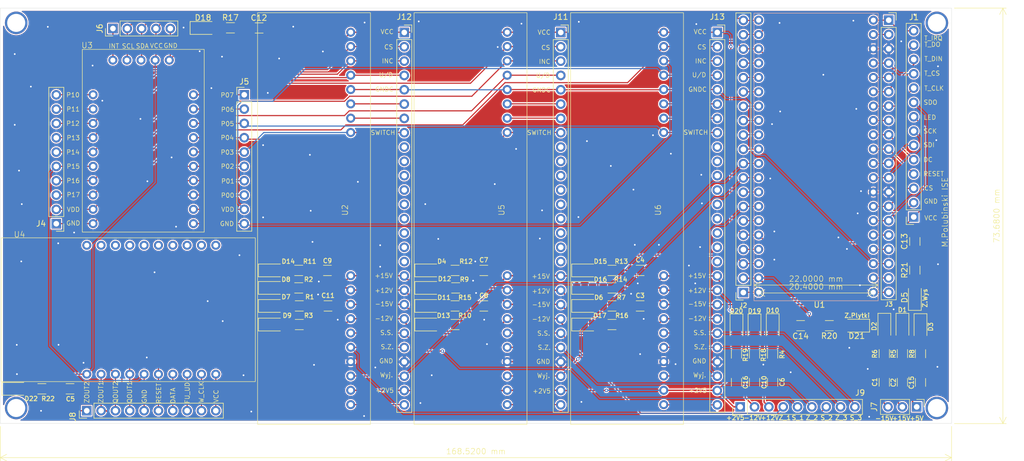
<source format=kicad_pcb>
(kicad_pcb (version 20240108) (generator "pcbnew") (generator_version "8.0")
  (layers (0 "F.Cu" signal) (31 "B.Cu" signal) (34 "B.Paste" user) (35 "F.Paste" user) (36 "B.SilkS" user "B.Silkscreen") (37 "F.SilkS" user "F.Silkscreen") (38 "B.Mask" user) (39 "F.Mask" user) (44 "Edge.Cuts" user))
  (net 0 "")
  (net 1 "-15V")
  (net 2 "GND")
  (net 3 "+15V")
  (net 4 "Net-(J1-Pin_1)")
  (net 5 "+5V")
  (net 6 "Net-(D5-A)")
  (net 7 "+12V")
  (net 8 "Net-(D22-A)")
  (net 11 "-12V")
  (net 15 "+2V5")
  (net 16 "Net-(D1-A)")
  (net 17 "Net-(D2-A)")
  (net 18 "Net-(D3-A)")
  (net 19 "Net-(D4-A)")
  (net 20 "Net-(D6-A)")
  (net 21 "Net-(D7-A)")
  (net 22 "Net-(D8-A)")
  (net 23 "Net-(D9-A)")
  (net 24 "Net-(D10-A)")
  (net 25 "Net-(D11-A)")
  (net 26 "Net-(D12-A)")
  (net 27 "Net-(D13-A)")
  (net 28 "Net-(D14-A)")
  (net 29 "Net-(D15-A)")
  (net 30 "Net-(D16-A)")
  (net 31 "Net-(D17-A)")
  (net 32 "Net-(D18-A)")
  (net 33 "Net-(D19-A)")
  (net 34 "Net-(D20-A)")
  (net 35 "Net-(D21-A)")
  (net 36 "Net-(J1-Pin_9)")
  (net 37 "Net-(J1-Pin_13)")
  (net 38 "Net-(J1-Pin_14)")
  (net 39 "Net-(J1-Pin_4)")
  (net 40 "Net-(J1-Pin_7)")
  (net 41 "Net-(J1-Pin_6)")
  (net 42 "Net-(J1-Pin_10)")
  (net 43 "Net-(J1-Pin_5)")
  (net 44 "Net-(J1-Pin_2)")
  (net 45 "Net-(J1-Pin_12)")
  (net 46 "Net-(J1-Pin_3)")
  (net 47 "Net-(J1-Pin_11)")
  (net 48 "Net-(J2-Pin_17)")
  (net 49 "Net-(J2-Pin_3)")
  (net 50 "Net-(J2-Pin_16)")
  (net 51 "Net-(J13-Pin_25)")
  (net 52 "Net-(J2-Pin_20)")
  (net 53 "Net-(J2-Pin_1)")
  (net 54 "Net-(J2-Pin_11)")
  (net 55 "Net-(J2-Pin_8)")
  (net 56 "Net-(J2-Pin_19)")
  (net 57 "Net-(J2-Pin_4)")
  (net 58 "Net-(J2-Pin_6)")
  (net 59 "Net-(J11-Pin_25)")
  (net 61 "Net-(J2-Pin_12)")
  (net 62 "Net-(J12-Pin_25)")
  (net 64 "Net-(J2-Pin_14)")
  (net 65 "Net-(J2-Pin_13)")
  (net 66 "Net-(J2-Pin_15)")
  (net 67 "Net-(J3-Pin_8)")
  (net 68 "Net-(J3-Pin_2)")
  (net 69 "Net-(J3-Pin_16)")
  (net 70 "Net-(J3-Pin_17)")
  (net 71 "Net-(J11-Pin_5)")
  (net 72 "Net-(J3-Pin_20)")
  (net 73 "Net-(J3-Pin_19)")
  (net 74 "Net-(J4-Pin_10)")
  (net 75 "Net-(J12-Pin_3)")
  (net 76 "Net-(J12-Pin_2)")
  (net 77 "Net-(J12-Pin_4)")
  (net 78 "Net-(J4-Pin_5)")
  (net 79 "Net-(J11-Pin_4)")
  (net 80 "Net-(J13-Pin_2)")
  (net 81 "Net-(J4-Pin_9)")
  (net 82 "Net-(J11-Pin_3)")
  (net 83 "Net-(J11-Pin_2)")
  (net 84 "Net-(J13-Pin_8)")
  (net 85 "Net-(J11-Pin_8)")
  (net 86 "Net-(J13-Pin_3)")
  (net 87 "Net-(J5-Pin_7)")
  (net 88 "Net-(J5-Pin_6)")
  (net 89 "Net-(J12-Pin_8)")
  (net 90 "Net-(J13-Pin_4)")
  (net 91 "Net-(J5-Pin_1)")
  (net 92 "Net-(J5-Pin_2)")
  (net 93 "Net-(J5-Pin_8)")
  (net 94 "Net-(J6-Pin_1)")
  (net 98 "Net-(J8-Pin_7)")
  (net 99 "Net-(J8-Pin_9)")
  (net 100 "Net-(J8-Pin_10)")
  (net 101 "Net-(J8-Pin_8)")
  (net 102 "Z_1")
  (net 103 "S_1")
  (net 104 "Z_2")
  (net 105 "S_3")
  (net 106 "S_2")
  (net 107 "Z_3")
  (net 108 "Net-(J11-Pin_27)")
  (net 109 "Net-(J11-Pin_7)")
  (net 112 "Net-(J11-Pin_6)")
  (net 120 "Net-(J12-Pin_7)")
  (net 123 "Net-(J12-Pin_27)")
  (net 129 "Net-(J12-Pin_6)")
  (net 137 "Net-(J13-Pin_27)")
  (net 141 "Net-(J13-Pin_7)")
  (net 143 "Net-(J13-Pin_6)")
  (footprint "Connector_PinHeader_2.54mm:PinHeader_1x03_P2.54mm_Vertical" (layer "F.Cu") (at 209.025 130.3 -90)
    (property "Reference" "J7")
    (property "Value" "Conn_01x03" (hide yes))
  )
  (footprint "Capacitor_SMD:C_1206_3216Metric_Pad1.33x1.80mm_HandSolder" (layer "F.Cu") (at 160.0375 112.4)
    (property "Reference" "C3")
    (property "Value" "100n" (hide yes))
  )
  (footprint "LED_SMD:LED_1206_3216Metric" (layer "F.Cu") (at 122.4 112.4)
    (property "Reference" "D11")
    (property "Value" "IR26-21C_L110_TR8" (hide yes))
  )
  (footprint "Capacitor_SMD:C_1206_3216Metric_Pad1.33x1.80mm_HandSolder" (layer "F.Cu") (at 92.5375 63.1)
    (property "Reference" "C12")
    (property "Value" "100n" (hide yes))
  )
  (footprint "LED_SMD:LED_1206_3216Metric" (layer "F.Cu") (at 150.2 115.7)
    (property "Reference" "D17")
    (property "Value" "IR26-21C_L110_TR8" (hide yes))
  )
  (footprint "LED_SMD:LED_1206_3216Metric" (layer "F.Cu") (at 94.7 112.4)
    (property "Reference" "D7")
    (property "Value" "IR26-21C_L110_TR8" (hide yes))
  )
  (footprint "Connector_PinSocket_2.54mm:PinSocket_1x27_P2.54mm_Vertical" (layer "F.Cu") (at 145.974 63.9)
    (property "Reference" "J11")
    (property "Value" "Conn_01x27")
  )
  (footprint "Resistor_SMD:R_1206_3216Metric_Pad1.30x1.75mm_HandSolder" (layer "F.Cu") (at 183.5 120.95 -90)
    (property "Reference" "R4")
    (property "Value" "R" (hide yes))
  )
  (footprint "Resistor_SMD:R_1206_3216Metric_Pad1.30x1.75mm_HandSolder" (layer "F.Cu") (at 203.29 120.85 -90)
    (property "Reference" "R6")
    (property "Value" "R" (hide yes))
  )
  (footprint "LED_SMD:LED_1206_3216Metric" (layer "F.Cu") (at 206.5 116 -90)
    (property "Reference" "D1")
    (property "Value" "IR26-21C_L110_TR8" (hide yes))
  )
  (footprint "Capacitor_SMD:C_1206_3216Metric_Pad1.33x1.80mm_HandSolder" (layer "F.Cu") (at 160.0375 106.1)
    (property "Reference" "C4")
    (property "Value" "100n" (hide yes))
  )
  (footprint "Connector_PinSocket_2.54mm:PinSocket_1x20_P2.54mm_Vertical" (layer "F.Cu") (at 178.32 110.02 180)
    (property "Reference" "J2")
    (property "Value" "Conn_01x20")
  )
  (footprint "Connector_PinHeader_2.54mm:PinHeader_1x10_P2.54mm_Vertical" (layer "F.Cu") (at 62 130.98 90)
    (property "Reference" "J8")
    (property "Value" "Conn_01x10")
  )
  (footprint "Resistor_SMD:R_1206_3216Metric_Pad1.30x1.75mm_HandSolder" (layer "F.Cu") (at 99.5475 106.1)
    (property "Reference" "R11")
    (property "Value" "R" (hide yes))
  )
  (footprint "Capacitor_SMD:C_1206_3216Metric_Pad1.33x1.80mm_HandSolder" (layer "F.Cu") (at 132.3375 106.1)
    (property "Reference" "C7")
    (property "Value" "100n" (hide yes))
  )
  (footprint "LED_SMD:LED_1206_3216Metric" (layer "F.Cu") (at 208.7 110.9 90)
    (property "Reference" "D5")
    (property "Value" "IR26-21C_L110_TR8" (hide yes))
  )
  (footprint "LED_SMD:LED_1206_3216Metric" (layer "F.Cu") (at 209.7 116.065 -90)
    (property "Reference" "D3")
    (property "Value" "IR26-21C_L110_TR8" (hide yes))
  )
  (footprint "Connector_PinSocket_2.54mm:PinSocket_1x27_P2.54mm_Vertical" (layer "F.Cu") (at 118.248 63.9)
    (property "Reference" "J12")
    (property "Value" "Conn_01x27")
  )
  (footprint "Resistor_SMD:R_1206_3216Metric_Pad1.30x1.75mm_HandSolder" (layer "F.Cu") (at 177.1 120.95 -90)
    (property "Reference" "R19")
    (property "Value" "R" (hide yes))
  )
  (footprint "Connector_PinSocket_2.54mm:PinSocket_1x14_P2.54mm_Vertical" (layer "F.Cu") (at 208.5 96.625 180)
    (property "Reference" "J1")
    (property "Value" "Conn_01x14")
  )
  (footprint "Resistor_SMD:R_1206_3216Metric_Pad1.30x1.75mm_HandSolder" (layer "F.Cu") (at 99.65 115.7)
    (property "Reference" "R3")
    (property "Value" "R" (hide yes))
  )
  (footprint "Resistor_SMD:R_1206_3216Metric_Pad1.30x1.75mm_HandSolder" (layer "F.Cu") (at 155.05 106.1)
    (property "Reference" "R13")
    (property "Value" "R" (hide yes))
  )
  (footprint "Capacitor_SMD:C_1206_3216Metric_Pad1.33x1.80mm_HandSolder" (layer "F.Cu") (at 59.0375 127.1)
    (property "Reference" "C5")
    (property "Value" "100n" (hide yes))
  )
  (footprint "LED_SMD:LED_1206_3216Metric" (layer "F.Cu") (at 122.4 106.1)
    (property "Reference" "D4")
    (property "Value" "IR26-21C_L110_TR8" (hide yes))
  )
  (footprint "moja_pierwsza_biblioteka:raspberry pi pico" (layer "F.Cu") (at 191.78 117.72 180)
    (property "Reference" "U1")
    (property "Value" "~")
  )
  (footprint "Capacitor_SMD:C_1206_3216Metric_Pad1.33x1.80mm_HandSolder" (layer "F.Cu") (at 203.29 125.9375 -90)
    (property "Reference" "C1")
    (property "Value" "100n" (hide yes))
  )
  (footprint "Resistor_SMD:R_1206_3216Metric_Pad1.30x1.75mm_HandSolder" (layer "F.Cu") (at 99.65 112.4)
    (property "Reference" "R1")
    (property "Value" "R" (hide yes))
  )
  (footprint "Resistor_SMD:R_1206_3216Metric_Pad1.30x1.75mm_HandSolder" (layer "F.Cu") (at 127.35 109.2)
    (property "Reference" "R9")
    (property "Value" "R" (hide yes))
  )
  (footprint "LED_SMD:LED_1206_3216Metric" (layer "F.Cu") (at 122.4 109.2)
    (property "Reference" "D12")
    (property "Value" "IR26-21C_L110_TR8" (hide yes))
  )
  (footprint "Capacitor_SMD:C_1206_3216Metric_Pad1.33x1.80mm_HandSolder" (layer "F.Cu") (at 206.5 125.9375 -90)
    (property "Reference" "C2")
    (property "Value" "100n" (hide yes))
  )
  (footprint "LED_SMD:LED_1206_3216Metric" (layer "F.Cu") (at 94.7 115.7)
    (property "Reference" "D9")
    (property "Value" "IR26-21C_L110_TR8" (hide yes))
  )
  (footprint "LED_SMD:LED_1206_3216Metric" (layer "F.Cu") (at 203.3 116 -90)
    (property "Reference" "D2")
    (property "Value" "IR26-21C_L110_TR8" (hide yes))
  )
  (footprint "LED_SMD:LED_1206_3216Metric" (layer "F.Cu") (at 177.1 116.1 -90)
    (property "Reference" "D20")
    (property "Value" "IR26-21C_L110_TR8" (hide yes))
  )
  (footprint "LED_SMD:LED_1206_3216Metric" (layer "F.Cu") (at 198.4 115.9 180)
    (property "Reference" "D21")
    (property "Value" "IR26-21C_L110_TR8" (hide yes))
  )
  (footprint "Capacitor_SMD:C_1206_3216Metric_Pad1.33x1.80mm_HandSolder" (layer "F.Cu") (at 180.3 125.9375 -90)
    (property "Reference" "C10")
    (property "Value" "100n" (hide yes))
  )
  (footprint "LED_SMD:LED_1206_3216Metric" (layer "F.Cu") (at 150.2 106.1)
    (property "Reference" "D15")
    (property "Value" "IR26-21C_L110_TR8" (hide yes))
  )
  (footprint "Connector_PinHeader_2.54mm:PinHeader_1x10_P2.54mm_Vertical" (layer "F.Cu") (at 56.6 97.82 180)
    (property "Reference" "J4")
    (property "Value" "Conn_01x10")
  )
  (footprint "Resistor_SMD:R_1206_3216Metric_Pad1.30x1.75mm_HandSolder" (layer "F.Cu") (at 127.25 112.4)
    (property "Reference" "R15")
    (property "Value" "R" (hide yes))
  )
  (footprint "LED_SMD:LED_1206_3216Metric" (layer "F.Cu") (at 94.7 106.1)
    (property "Reference" "D14")
    (property "Value" "IR26-21C_L110_TR8" (hide yes))
  )
  (footprint "Resistor_SMD:R_1206_3216Metric_Pad1.30x1.75mm_HandSolder" (layer "F.Cu") (at 155.05 112.4)
    (property "Reference" "R7")
    (property "Value" "R" (hide yes))
  )
  (footprint "Resistor_SMD:R_1206_3216Metric_Pad1.30x1.75mm_HandSolder" (layer "F.Cu") (at 155.05 115.7)
    (property "Reference" "R16")
    (property "Value" "R" (hide yes))
  )
  (footprint "Capacitor_SMD:C_1206_3216Metric_Pad1.33x1.80mm_HandSolder" (layer "F.Cu") (at 104.6375 106.1)
    (property "Reference" "C9")
    (property "Value" "100n" (hide yes))
  )
  (footprint "moja_pierwsza_biblioteka:płytka" (layer "F.Cu") (at 112.26 110.9 90)
    (property "Reference" "U2")
    (property "Value" "~")
  )
  (footprint "LED_SMD:LED_1206_3216Metric" (layer "F.Cu") (at 183.52 116.0775 -90)
    (property "Reference" "D10")
    (property "Value" "IR26-21C_L110_TR8" (hide yes))
  )
  (footprint "Connector_PinSocket_2.54mm:PinSocket_1x20_P2.54mm_Vertical" (layer "F.Cu") (at 204.07 61.72)
    (property "Reference" "J3")
    (property "Value" "Conn_01x20" (hide yes))
  )
  (footprint "Resistor_SMD:R_1206_3216Metric_Pad1.30x1.75mm_HandSolder" (layer "F.Cu") (at 99.55 109.2)
    (property "Reference" "R2")
    (property "Value" "R" (hide yes))
  )
  (footprint "Connector_PinHeader_2.54mm:PinHeader_1x05_P2.54mm_Vertical" (layer "F.Cu") (at 66.64 63.2 90)
    (property "Reference" "J6")
    (property "Value" "Conn_01x05")
  )
  (footprint "Resistor_SMD:R_1206_3216Metric_Pad1.30x1.75mm_HandSolder" (layer "F.Cu") (at 155.05 109.2)
    (property "Reference" "R14")
    (property "Value" "R" (hide yes))
  )
  (footprint "Resistor_SMD:R_1206_3216Metric_Pad1.30x1.75mm_HandSolder" (layer "F.Cu") (at 127.25 115.7)
    (property "Reference" "R10")
    (property "Value" "R" (hide yes))
  )
  (footprint "Connector_PinHeader_2.54mm:PinHeader_1x10_P2.54mm_Vertical" (layer "F.Cu") (at 89.9 74.95)
    (property "Reference" "J5")
    (property "Value" "Conn_01x10")
  )
  (footprint "LED_SMD:LED_1206_3216Metric" (layer "F.Cu") (at 49.24 127.1)
    (property "Reference" "D22")
    (property "Value" "IR26-21C_L110_TR8" (hide yes))
  )
  (footprint "Resistor_SMD:R_1206_3216Metric_Pad1.30x1.75mm_HandSolder" (layer "F.Cu") (at 180.3 120.95 -90)
    (property "Reference" "R18")
    (property "Value" "R" (hide yes))
  )
  (footprint "Resistor_SMD:R_1206_3216Metric_Pad1.30x1.75mm_HandSolder" (layer "F.Cu") (at 206.5 120.85 -90)
    (property "Reference" "R5")
    (property "Value" "R" (hide yes))
  )
  (footprint "Resistor_SMD:R_1206_3216Metric_Pad1.30x1.75mm_HandSolder" (layer "F.Cu") (at 54.05 127.1)
    (property "Reference" "R22")
    (property "Value" "R" (hide yes))
  )
  (footprint "Capacitor_SMD:C_1206_3216Metric_Pad1.33x1.80mm_HandSolder" (layer "F.Cu") (at 188.4625 115.9 180)
    (property "Reference" "C14")
    (property "Value" "100n" (hide yes))
  )
  (footprint "LED_SMD:LED_1206_3216Metric" (layer "F.Cu") (at 122.4 115.7)
    (property "Reference" "D13")
    (property "Value" "IR26-21C_L110_TR8" (hide yes))
  )
  (footprint "moja_pierwsza_biblioteka:płytka" (layer "F.Cu") (at 167.712 110.9 90)
    (property "Reference" "U6")
    (property "Value" "~")
  )
  (footprint "LED_SMD:LED_1206_3216Metric" (layer "F.Cu") (at 180.3 116.1 -90)
    (property "Reference" "D19")
    (property "Value" "IR26-21C_L110_TR8" (hide yes))
  )
  (footprint "moja_pierwsza_biblioteka:generator" (layer "F.Cu") (at 67.36 135.5 180)
    (property "Reference" "U4")
    (property "Value" "~")
  )
  (footprint "moja_pierwsza_biblioteka:ekspander" (layer "F.Cu") (at 72.12 74.3 90)
    (property "Reference" "U3")
    (property "Value" "~")
  )
  (footprint "Resistor_SMD:R_1206_3216Metric_Pad1.30x1.75mm_HandSolder" (layer "F.Cu") (at 208.7 106.05 90)
    (property "Reference" "R21")
    (property "Value" "R" (hide yes))
  )
  (footprint "Capacitor_SMD:C_1206_3216Metric_Pad1.33x1.80mm_HandSolder" (layer "F.Cu") (at 177.1 125.9375 -90)
    (property "Reference" "C16")
    (property "Value" "100n" (hide yes))
  )
  (footprint "Resistor_SMD:R_1206_3216Metric_Pad1.30x1.75mm_HandSolder" (layer "F.Cu") (at 193.55 115.9 180)
    (property "Reference" "R20")
    (property "Value" "R" (hide yes))
  )
  (footprint "LED_SMD:LED_1206_3216Metric" (layer "F.Cu") (at 150.2 112.4)
    (property "Reference" "D6")
    (property "Value" "IR26-21C_L110_TR8" (hide yes))
  )
  (footprint "Capacitor_SMD:C_1206_3216Metric_Pad1.33x1.80mm_HandSolder" (layer "F.Cu") (at 208.7 100.9625 90)
    (property "Reference" "C13")
    (property "Value" "100n" (hide yes))
  )
  (footprint "Capacitor_SMD:C_1206_3216Metric_Pad1.33x1.80mm_HandSolder" (layer "F.Cu") (at 104.7375 112.4)
    (property "Reference" "C11")
    (property "Value" "100n" (hide yes))
  )
  (footprint "Capacitor_SMD:C_1206_3216Metric_Pad1.33x1.80mm_HandSolder" (layer "F.Cu") (at 209.7 125.9625 -90)
    (property "Reference" "C15")
    (property "Value" "100n" (hide yes))
  )
  (footprint "LED_SMD:LED_1206_3216Metric" (layer "F.Cu") (at 150.2 109.2)
    (property "Reference" "D16")
    (property "Value" "IR26-21C_L110_TR8" (hide yes))
  )
  (footprint "Connector_PinHeader_2.54mm:PinHeader_1x09_P2.54mm_Vertical" (layer "F.Cu") (at 177.76 130.3 90)
    (property "Reference" "J9")
    (property "Value" "Conn_01x09" (hide yes))
  )
  (footprint "Capacitor_SMD:C_1206_3216Metric_Pad1.33x1.80mm_HandSolder" (layer "F.Cu") (at 132.3375 112.4)
    (property "Reference" "C8")
    (property "Value" "100n" (hide yes))
  )
  (footprint "moja_pierwsza_biblioteka:płytka" (layer "F.Cu") (at 139.986 110.9 90)
    (property "Reference" "U5")
    (property "Value" "~")
  )
  (footprint "LED_SMD:LED_1206_3216Metric" (layer "F.Cu") (at 82.6 63.1)
    (property "Reference" "D18")
    (property "Value" "IR26-21C_L110_TR8" (hide yes))
  )
  (footprint "Connector_PinSocket_2.54mm:PinSocket_1x27_P2.54mm_Vertical" (layer "F.Cu") (at 173.7 63.9)
    (property "Reference" "J13")
    (property "Value" "Conn_01x27" (hide yes))
  )
  (footprint "Resistor_SMD:R_1206_3216Metric_Pad1.30x1.75mm_HandSolder" (layer "F.Cu") (at 127.25 106.1)
    (property "Reference" "R12")
    (property "Value" "R" (hide yes))
  )
  (footprint "Capacitor_SMD:C_1206_3216Metric_Pad1.33x1.80mm_HandSolder" (layer "F.Cu") (at 183.5 125.9375 -90)
    (property "Reference" "C6")
    (property "Value" "100n" (hide yes))
  )
  (footprint "Resistor_SMD:R_1206_3216Metric_Pad1.30x1.75mm_HandSolder" (layer "F.Cu") (at 87.45 63.08)
    (property "Reference" "R17")
    (property "Value" "R" (hide yes))
  )
  (footprint "LED_SMD:LED_1206_3216Metric" (layer "F.Cu") (at 94.7 109.2)
    (property "Reference" "D8")
    (property "Value" "IR26-21C_L110_TR8" (hide yes))
  )
  (footprint "Resistor_SMD:R_1206_3216Metric_Pad1.30x1.75mm_HandSolder" (layer "F.Cu") (at 209.7 120.875 -90)
    (property "Reference" "R8")
    (property "Value" "R" (hide yes))
  )
  (gr_rect (start 46.68 59.57) (end 215.2 133.24) (stroke (width 0.05)) (fill none) (layer "Edge.Cuts"))
  (gr_text "+15V" (at 140.77 107.61 0) (layer "F.SilkS") (effects (font (size 0.8 0.8) (thickness 0.1)) (justify left bottom)))
  (gr_text "VDD" (at 58.41 95.77 0) (layer "F.SilkS") (effects (font (size 0.8 0.8) (thickness 0.1)) (justify left bottom)))
  (gr_text "QOUT1" (at 70.07 129.72 90) (layer "F.SilkS") (effects (font (size 0.8 0.8) (thickness 0.1)) (justify left bottom)))
  (gr_text "ZOUT2" (at 62.49 129.69 90) (layer "F.SilkS") (effects (font (size 0.8 0.8) (thickness 0.1)) (justify left bottom)))
  (gr_text "INC" (at 169.7 69.44 0) (layer "F.SilkS") (effects (font (size 0.8 0.8) (thickness 0.1)) (justify left bottom)))
  (gr_text "DATA" (at 77.74 129.75 90) (layer "F.SilkS") (effects (font (size 0.8 0.8) (thickness 0.1)) (justify left bottom)))
  (gr_text "P12" (at 58.33 80.5 0) (layer "F.SilkS") (effects (font (size 0.8 0.8) (thickness 0.1)) (justify left bottom)))
  (gr_text "CS" (at 142.46 67.06 0) (layer "F.SilkS") (effects (font (size 0.8 0.8) (thickness 0.1)) (justify left bottom)))
  (gr_text "P13" (at 58.38 83.06 0) (layer "F.SilkS") (effects (font (size 0.8 0.8) (thickness 0.1)) (justify left bottom)))
  (gr_text "QOUT2" (at 67.57 129.73 90) (layer "F.SilkS") (effects (font (size 0.8 0.8) (thickness 0.1)) (justify left bottom)))
  (gr_text "T_CLK" (at 210.3 74.26 0) (layer "F.SilkS") (effects (font (size 0.8 0.8) (thickness 0.1)) (justify left bottom)))
  (gr_text "VCC" (at 141.81 64.35 0) (layer "F.SilkS") (effects (font (size 0.8 0.8) (thickness 0.1)) (justify left bottom)))
  (gr_text "S_2" (at 191.9 132.7 0) (layer "F.SilkS") (effects (font (size 0.8 0.8) (thickness 0.15) (bold yes)) (justify left bottom)))
  (gr_text "GND" (at 113.76 122.63 0) (layer "F.SilkS") (effects (font (size 0.8 0.8) (thickness 0.1)) (justify left bottom)))
  (gr_text "T_IRQ" (at 210.29 65.39 0) (layer "F.SilkS") (effects (font (size 0.8 0.8) (thickness 0.1)) (justify left bottom)))
  (gr_text "P02" (at 85.71 88.12 0) (layer "F.SilkS") (effects (font (size 0.8 0.8) (thickness 0.1)) (justify left bottom)))
  (gr_text "VCC" (at 210.32 97.27 0) (layer "F.SilkS") (effects (font (size 0.8 0.8) (thickness 0.1)) (justify left bottom)))
  (gr_text "-12V" (at 178.3 132.7 0) (layer "F.SilkS") (effects (font (size 0.8 0.8) (thickness 0.15) (bold yes)) (justify left bottom)))
  (gr_text "+15V" (at 168.43 107.51 0) (layer "F.SilkS") (effects (font (size 0.8 0.8) (thickness 0.1)) (justify left bottom)))
  (gr_text "Wyj." (at 169.37 125.12 0) (layer "F.SilkS") (effects (font (size 0.8 0.8) (thickness 0.1)) (justify left bottom)))
  (gr_text "SWITCH" (at 139.95 82.13 0) (layer "F.SilkS") (effects (font (size 0.8 0.8) (thickness 0.1)) (justify left bottom)))
  (gr_text "P05" (at 85.71 80.57 0) (layer "F.SilkS") (effects (font (size 0.8 0.8) (thickness 0.1)) (justify left bottom)))
  (gr_text "INC" (at 142.04 69.54 0) (layer "F.SilkS") (effects (font (size 0.8 0.8) (thickness 0.1)) (justify left bottom)))
  (gr_text "RESET" (at 210.16 89.44 0) (layer "F.SilkS") (effects (font (size 0.8 0.8) (thickness 0.1)) (justify left bottom)))
  (gr_text "-12V" (at 168.47 115.09 0) (layer "F.SilkS") (effects (font (size 0.8 0.8) (thickness 0.1)) (justify left bottom)))
  (gr_text "M.Polubinski ISE" (at 214.62 102.06 90) (layer "F.SilkS") (effects (font (size 1 1) (thickness 0.1)) (justify left bottom)))
  (gr_text "P01" (at 85.77 90.74 0) (layer "F.SilkS") (effects (font (size 0.8 0.8) (thickness 0.1)) (justify left bottom)))
  (gr_text "GND" (at 85.55 98.29 0) (layer "F.SilkS") (effects (font (size 0.8 0.8) (thickness 0.1)) (justify left bottom)))
  (gr_text "Wyj." (at 141.71 125.22 0) (layer "F.SilkS") (effects (font (size 0.8 0.8) (thickness 0.1)) (justify left bottom)))
  (gr_text "U/D" (at 141.52 71.99 0) (layer "F.SilkS") (effects (font (size 0.8 0.8) (thickness 0.1)) (justify left bottom)))
  (gr_text "Wyj." (at 113.89 125.11 0) (layer "F.SilkS") (effects (font (size 0.8 0.8) (thickness 0.1)) (justify left bottom)))
  (gr_text "ZOUT1" (at 64.98 129.65 90) (layer "F.SilkS") (effects (font (size 0.8 0.8) (thickness 0.1)) (justify left bottom)))
  (gr_text "S.Z." (at 114.02 120.13 0) (layer "F.SilkS") (effects (font (size 0.8 0.8) (thickness 0.1)) (justify left bottom)))
  (gr_text "+12V" (at 181.3 132.7 0) (layer "F.SilkS") (effects (font (size 0.8 0.8) (thickness 0.15) (bold yes)) (justify left bottom)))
  (gr_text "CS" (at 170.12 66.96 0) (layer "F.SilkS") (effects (font (size 0.8 0.8) (thickness 0.1)) (justify left bottom)))
  (gr_text "U/D" (at 169.18 71.89 0) (layer "F.SilkS") (effects (font (size 0.8 0.8) (thickness 0.1)) (justify left bottom)))
  (gr_text "VCC" (at 169.47 64.25 0) (layer "F.SilkS") (effects (font (size 0.8 0.8) (thickness 0.1)) (justify left bottom)))
  (gr_text "+12V" (at 112.97 110.13 0) (layer "F.SilkS") (effects (font (size 0.8 0.8) (thickness 0.1)) (justify left bottom)))
  (gr_text "P06" (at 85.73 78.04 0) (layer "F.SilkS") (effects (font (size 0.8 0.8) (thickness 0.1)) (justify left bottom)))
  (gr_text "SWITCH" (at 112.26 82.13 0) (layer "F.SilkS") (effects (font (size 0.8 0.8) (thickness 0.1)) (justify left bottom)))
  (gr_text "VDD" (at 85.77 95.76 0) (layer "F.SilkS") (effects (font (size 0.8 0.8) (thickness 0.1)) (justify left bottom)))
  (gr_text "-15V" (at 168.47 112.52 0) (layer "F.SilkS") (effects (font (size 0.8 0.8) (thickness 0.1)) (justify left bottom)))
  (gr_text "-15V" (at 140.81 112.62 0) (layer "F.SilkS") (effects (font (size 0.8 0.8) (thickness 0.1)) (justify left bottom)))
  (gr_text "GND" (at 75.57 66.71 0) (layer "F.SilkS") (effects (font (size 0.8 0.8) (thickness 0.1)) (justify left bottom)))
  (gr_text "GNDC" (at 113.04 74.46 0) (layer "F.SilkS") (effects (font (size 0.8 0.8) (thickness 0.1)) (justify left bottom)))
  (gr_text "Z_3" (at 194.5 132.7 0) (layer "F.SilkS") (effects (font (size 0.8 0.8) (thickness 0.15) (bold yes)) (justify left bottom)))
  (gr_text "Z_1" (at 184.5 132.7 0) (layer "F.SilkS") (effects (font (size 0.8 0.8) (thickness 0.15) (bold yes)) (justify left bottom)))
  (gr_text "-12V" (at 140.81 115.19 0) (layer "F.SilkS") (effects (font (size 0.8 0.8) (thickness 0.1)) (justify left bottom)))
  (gr_text "VCC" (at 73.14 66.73 0) (layer "F.SilkS") (effects (font (size 0.8 0.8) (thickness 0.1)) (justify left bottom)))
  (gr_text "INT" (at 65.83 66.78 0) (layer "F.SilkS") (effects (font (size 0.8 0.8) (thickness 0.1)) (justify left bottom)))
  (gr_text "SDI" (at 210.18 84.31 0) (layer "F.SilkS") (effects (font (size 0.8 0.8) (thickness 0.1)) (justify left bottom)))
  (gr_text "GND" (at 169.24 122.64 0) (layer "F.SilkS") (effects (font (size 0.8 0.8) (thickness 0.1)) (justify left bottom)))
  (gr_text "P10" (at 58.33 75.45 0) (layer "F.SilkS") (effects (font (size 0.8 0.8) (thickness 0.1)) (justify left bottom)))
  (gr_text "+2V5" (at 140.93 127.97 0) (layer "F.SilkS") (effects (font (size 0.8 0.8) (thickness 0.1)) (justify left bottom)))
  (gr_text "VCC" (at 85.39 129.62 90) (layer "F.SilkS") (effects (font (size 0.8 0.8) (thickness 0.1)) (justify left bottom)))
  (gr_text "P16" (at 58.37 90.66 0) (layer "F.SilkS") (effects (font (size 0.8 0.8) (thickness 0.1)) (justify left bottom)))
  (gr_text "FU_UD" (at 80.28 129.76 90) (layer "F.SilkS") (effects (font (size 0.8 0.8) (thickness 0.1)) (justify left bottom)))
  (gr_text "P00" (at 85.73 93.26 0) (layer "F.SilkS") (effects (font (size 0.8 0.8) (thickness 0.1)) (justify left bottom)))
  (gr_text "INC" (at 114.22 69.43 0) (layer "F.SilkS") (effects (font (size 0.8 0.8) (thickness 0.1)) (justify left bottom)))
  (gr_text "GNDC" (at 168.52 74.47 0) (layer "F.SilkS") (effects (font (size 0.8 0.8) (thickness 0.1)) (justify left bottom)))
  (gr_text "S.S." (at 113.93 117.62 0) (layer "F.SilkS") (effects (font (size 0.8 0.8) (thickness 0.1)) (justify left bottom)))
  (gr_text "SWITCH" (at 167.68 82.09 0) (layer "F.SilkS") (effects (font (size 0.8 0.8) (thickness 0.1)) (justify left bottom)))
  (gr_text "P07" (at 85.66 75.48 0) (layer "F.SilkS") (effects (font (size 0.8 0.8) (thickness 0.1)) (justify left bottom)))
  (gr_text "DC" (at 210.17 86.93 0) (layer "F.SilkS") (effects (font (size 0.8 0.8) (thickness 0.1)) (justify left bottom)))
  (gr_text "+12V" (at 168.45 110.14 0) (layer "F.SilkS") (effects (font (size 0.8 0.8) (thickness 0.1)) (justify left bottom)))
  (gr_text "S_3" (at 197.1 132.7 0) (layer "F.SilkS") (effects (font (size 0.8 0.8) (thickness 0.15) (bold yes)) (justify left bottom)))
  (gr_text "Z.Wys" (at 210.97 112.76 90) (layer "F.SilkS") (effects (font (size 0.8 0.8) (thickness 0.15) (bold yes)) (justify left bottom)))
  (gr_text "RESET" (at 75.22 129.76 90) (layer "F.SilkS") (effects (font (size 0.8 0.8) (thickness 0.1)) (justify left bottom)))
  (gr_text "+2V5" (at 168.59 127.87 0) (layer "F.SilkS") (effects (font (size 0.8 0.8) (thickness 0.1)) (justify left bottom)))
  (gr_text "LED" (at 210.22 79.43 0) (layer "F.SilkS") (effects (font (size 0.8 0.8) (thickness 0.1)) (justify left bottom)))
  (gr_text "T_DIN" (at 210.31 69.04 0) (layer "F.SilkS") (effects (font (size 0.8 0.8) (thickness 0.1)) (justify left bottom)))
  (gr_text "T_CS" (at 210.29 71.62 0) (layer "F.SilkS") (effects (font (size 0.8 0.8) (thickness 0.1)) (justify left bottom)))
  (gr_text "CS" (at 114.64 66.95 0) (layer "F.SilkS") (effects (font (size 0.8 0.8) (thickness 0.1)) (justify left bottom)))
  (gr_text "GNDC" (at 140.86 74.57 0) (layer "F.SilkS") (effects (font (size 0.8 0.8) (thickness 0.1)) (justify left bottom)))
  (gr_text "U/D" (at 113.7 71.88 0) (layer "F.SilkS") (effects (font (size 0.8 0.8) (thickness 0.1)) (justify left bottom)))
  (gr_text "+15V" (at 112.95 107.5 0) (layer "F.SilkS") (effects (font (size 0.8 0.8) (thickness 0.1)) (justify left bottom)))
  (gr_text "-15V" (at 201.6 132.8 0) (layer "F.SilkS") (effects (font (size 0.8 0.8) (thickness 0.15) (bold yes)) (justify left bottom)))
  (gr_text "-15V" (at 112.99 112.51 0) (layer "F.SilkS") (effects (font (size 0.8 0.8) (thickness 0.1)) (justify left bottom)))
  (gr_text "P11" (at 58.36 77.97 0) (layer "F.SilkS") (effects (font (size 0.8 0.8) (thickness 0.1)) (justify left bottom)))
  (gr_text "GND" (at 58.32 98.19 0) (layer "F.SilkS") (effects (font (size 0.8 0.8) (thickness 0.1)) (justify left bottom)))
  (gr_text "SDO" (at 210.21 76.77 0) (layer "F.SilkS") (effects (font (size 0.8 0.8) (thickness 0.1)) (justify left bottom)))
  (gr_text "+15V" (at 204.6 132.8 0) (layer "F.SilkS") (effects (font (size 0.8 0.8) (thickness 0.15) (bold yes)) (justify left bottom)))
  (gr_text "P15" (at 58.38 88.12 0) (layer "F.SilkS") (effects (font (size 0.8 0.8) (thickness 0.1)) (justify left bottom)))
  (gr_text "+2V5" (at 113.11 127.86 0) (layer "F.SilkS") (effects (font (size 0.8 0.8) (thickness 0.1)) (justify left bottom)))
  (gr_text "Z_2" (at 189.3 132.7 0) (layer "F.SilkS") (effects (font (size 0.8 0.8) (thickness 0.15) (bold yes)) (justify left bottom)))
  (gr_text "Z.Plytki" (at 196.15 114.57 0) (layer "F.SilkS") (effects (font (size 0.8 0.8) (thickness 0.15) (bold yes)) (justify left bottom)))
  (gr_text "CS" (at 210.3 91.98 0) (layer "F.SilkS") (effects (font (size 0.8 0.8) (thickness 0.1)) (justify left bottom)))
  (gr_text "GND" (at 72.68 129.71 90) (layer "F.SilkS") (effects (font (size 0.8 0.8) (thickness 0.1)) (justify left bottom)))
  (gr_text "P17" (at 58.4 93.15 0) (layer "F.SilkS") (effects (font (size 0.8 0.8) (thickness 0.1)) (justify left bottom)))
  (gr_text "S.S." (at 141.75 117.73 0) (layer "F.SilkS") (effects (font (size 0.8 0.8) (thickness 0.1)) (justify left bottom)))
  (gr_text "GND" (at 210.24 94.31 0) (layer "F.SilkS") (effects (font (size 0.8 0.8) (thickness 0.1)) (justify left bottom)))
  (gr_text "+2V5" (at 175.2 132.7 0) (layer "F.SilkS") (effects (font (size 0.8 0.8) (thickness 0.15) (bold yes)) (justify left bottom)))
  (gr_text "P14" (at 58.34 85.6 0) (layer "F.SilkS") (effects (font (size 0.8 0.8) (thickness 0.1)) (justify left bottom)))
  (gr_text "S.Z." (at 169.5 120.14 0) (layer "F.SilkS") (effects (font (size 0.8 0.8) (thickness 0.1)) (justify left bottom)))
  (gr_text "VCC" (at 113.99 64.24 0) (layer "F.SilkS") (effects (font (size 0.8 0.8) (thickness 0.1)) (justify left bottom)))
  (gr_text "W_CLK" (at 82.77 129.65 90) (layer "F.SilkS") (effects (font (size 0.8 0.8) (thickness 0.1)) (justify left bottom)))
  (gr_text "SCK" (at 210.17 81.87 0) (layer "F.SilkS") (effects (font (size 0.8 0.8) (thickness 0.1)) (justify left bottom)))
  (gr_text "P03" (at 85.68 85.62 0) (layer "F.SilkS") (effects (font (size 0.8 0.8) (thickness 0.1)) (justify left bottom)))
  (gr_text "S.S." (at 169.41 117.63 0) (layer "F.SilkS") (effects (font (size 0.8 0.8) (thickness 0.1)) (justify left bottom)))
  (gr_text "P04" (at 85.68 83.03 0) (layer "F.SilkS") (effects (font (size 0.8 0.8) (thickness 0.1)) (justify left bottom)))
  (gr_text "SDA" (at 70.65 66.77 0) (layer "F.SilkS") (effects (font (size 0.8 0.8) (thickness 0.1)) (justify left bottom)))
  (gr_text "-12V" (at 112.99 115.08 0) (layer "F.SilkS") (effects (font (size 0.8 0.8) (thickness 0.1)) (justify left bottom)))
  (gr_text "S_1" (at 186.8 132.7 0) (layer "F.SilkS") (effects (font (size 0.8 0.8) (thickness 0.15) (bold yes)) (justify left bottom)))
  (gr_text "S.Z." (at 141.84 120.24 0) (layer "F.SilkS") (effects (font (size 0.8 0.8) (thickness 0.1)) (justify left bottom)))
  (gr_text "T_DO" (at 210.31 66.5 0) (layer "F.SilkS") (effects (font (size 0.8 0.8) (thickness 0.1)) (justify left bottom)))
  (gr_text "GND" (at 141.58 122.74 0) (layer "F.SilkS") (effects (font (size 0.8 0.8) (thickness 0.1)) (justify left bottom)))
  (gr_text "SCL" (at 68.17 66.79 0) (layer "F.SilkS") (effects (font (size 0.8 0.8) (thickness 0.1)) (justify left bottom)))
  (gr_text "+12V" (at 140.79 110.24 0) (layer "F.SilkS") (effects (font (size 0.8 0.8) (thickness 0.1)) (justify left bottom)))
  (gr_text "+5V" (at 207.7 132.8 0) (layer "F.SilkS") (effects (font (size 0.8 0.8) (thickness 0.15) (bold yes)) (justify left bottom)))
  (dimension (type aligned) (layer "F.SilkS") (pts (xy 180.2 111.48) (xy 202.2 111.48)) (height -2.78) (gr_text "22,0000 mm" (at 191.2 107.6 0) (layer "F.SilkS") (effects (font (size 1 1) (thickness 0.1)))) (format (prefix "") (suffix "") (units 3) (units_format 1) (precision 4)) (style (thickness 0.1) (arrow_length 1.27) (text_position_mode 0) (extension_height 0.58642) (extension_offset 0.5) keep_text_aligned))
  (dimension (type aligned) (layer "F.SilkS") (pts (xy 181 110) (xy 201.4 110)) (height 0.1) (gr_text "20,4000 mm" (at 191.2 109 0) (layer "F.SilkS") (effects (font (size 1 1) (thickness 0.1)))) (format (prefix "") (suffix "") (units 3) (units_format 1) (precision 4)) (style (thickness 0.1) (arrow_length 1.27) (text_position_mode 0) (extension_height 0.58642) (extension_offset 0.5) keep_text_aligned))
  (dimension (type aligned) (layer "F.SilkS") (pts (xy 215.2 133.26) (xy 215.2 59.58)) (height 9.1) (gr_text "73,6800 mm" (at 223.2 96.42 90) (layer "F.SilkS") (effects (font (size 1 1) (thickness 0.1)))) (format (prefix "") (suffix "") (units 3) (units_format 1) (precision 4)) (style (thickness 0.1) (arrow_length 1.27) (text_position_mode 0) (extension_height 0.58642) (extension_offset 0.5) keep_text_aligned))
  (dimension (type aligned) (layer "F.SilkS") (pts (xy 46.68 133.26) (xy 215.2 133.26)) (height 6.04) (gr_text "168,5200 mm" (at 130.94 138.2 0) (layer "F.SilkS") (effects (font (size 1 1) (thickness 0.1)))) (format (prefix "") (suffix "") (units 3) (units_format 1) (precision 4)) (style (thickness 0.1) (arrow_length 1.27) (text_position_mode 0) (extension_height 0.58642) (extension_offset 0.5) keep_text_aligned))
  (via (at 49.5 62.2) (size 4) (drill 3.2) (layers "F.Cu" "B.Cu") (net 0))
  (via (at 49.5 130.5) (size 4) (drill 3.2) (layers "F.Cu" "B.Cu") (net 0))
  (via (at 212.6 130.5) (size 4) (drill 3.2) (layers "F.Cu" "B.Cu") (net 0))
  (via (at 212.6 62.2) (size 4) (drill 3.2) (layers "F.Cu" "B.Cu") (net 0))
  (segment (start 203.945 130.3) (end 201.8 128.155) (width 0.25) (layer "F.Cu") (net 1))
  (segment (start 203.29 122.4) (end 201.38 120.49) (width 0.25) (layer "F.Cu") (net 1))
  (segment (start 130.775 112.4) (end 132.585 110.59) (width 0.25) (layer "F.Cu") (net 1))
  (segment (start 118.248 112.16) (end 120.098 114.01) (width 0.25) (layer "F.Cu") (net 1))
  (segment (start 136.486 112.12) (end 145.934 112.12) (width 0.25) (layer "F.Cu") (net 1))
  (segment (start 103.175 112.4) (end 104.935 110.64) (width 0.25) (layer "F.Cu") (net 1))
  (segment (start 107.28 110.64) (end 108.76 112.12) (width 0.25) (layer "F.Cu") (net 1))
  (segment (start 203.29 124.375) (end 203.29 122.4) (width 0.25) (layer "F.Cu") (net 1))
  (segment (start 160.215 110.66) (end 162.752 110.66) (width 0.25) (layer "F.Cu") (net 1))
  (segment (start 201.38 113.69) (end 199.85 112.16) (width 0.25) (layer "F.Cu") (net 1))
  (segment (start 118.208 112.12) (end 118.248 112.16) (width 0.25) (layer "F.Cu") (net 1))
  (segment (start 199.85 112.16) (end 173.7 112.16) (width 0.25) (layer "F.Cu") (net 1))
  (segment (start 101.2 112.4) (end 103.175 112.4) (width 0.25) (layer "F.Cu") (net 1))
  (segment (start 132.585 110.59) (end 134.956 110.59) (width 0.25) (layer "F.Cu") (net 1))
  (segment (start 145.974 112.16) (end 147.864 114.05) (width 0.25) (layer "F.Cu") (net 1))
  (segment (start 201.8 128.155) (end 201.8 125.865) (width 0.25) (layer "F.Cu") (net 1))
  (segment (start 201.8 125.865) (end 203.29 124.375) (width 0.25) (layer "F.Cu") (net 1))
  (segment (start 104.935 110.64) (end 107.28 110.64) (width 0.25) (layer "F.Cu") (net 1))
  (segment (start 173.7 112.16) (end 164.252 112.16) (width 0.25) (layer "F.Cu") (net 1))
  (segment (start 127.19 114.01) (end 128.8 112.4) (width 0.25) (layer "F.Cu") (net 1))
  (segment (start 145.934 112.12) (end 145.974 112.16) (width 0.25) (layer "F.Cu") (net 1))
  (segment (start 120.098 114.01) (end 127.19 114.01) (width 0.25) (layer "F.Cu") (net 1))
  (segment (start 201.38 120.49) (end 201.38 113.69) (width 0.25) (layer "F.Cu") (net 1))
  (segment (start 158.475 112.4) (end 160.215 110.66) (width 0.25) (layer "F.Cu") (net 1))
  (segment (start 162.752 110.66) (end 164.212 112.12) (width 0.25) (layer "F.Cu") (net 1))
  (segment (start 156.6 112.4) (end 158.475 112.4) (width 0.25) (layer "F.Cu") (net 1))
  (segment (start 134.956 110.59) (end 136.486 112.12) (width 0.25) (layer "F.Cu") (net 1))
  (segment (start 128.8 112.4) (end 130.775 112.4) (width 0.25) (layer "F.Cu") (net 1))
  (segment (start 108.76 112.12) (end 118.208 112.12) (width 0.25) (layer "F.Cu") (net 1))
  (segment (start 164.252 112.16) (end 164.212 112.12) (width 0.25) (layer "F.Cu") (net 1))
  (segment (start 154.95 114.05) (end 156.6 112.4) (width 0.25) (layer "F.Cu") (net 1))
  (segment (start 147.864 114.05) (end 154.95 114.05) (width 0.25) (layer "F.Cu") (net 1))
  (segment (start 118.208 122.28) (end 118.248 122.32) (width 0.2) (layer "F.Cu") (net 2))
  (segment (start 201.35 92.2) (end 204.07 92.2) (width 0.2) (layer "F.Cu") (net 2))
  (segment (start 136.486 122.28) (end 145.934 122.28) (width 0.2) (layer "F.Cu") (net 2))
  (segment (start 173.66 122.28) (end 173.7 122.32) (width 0.2) (layer "F.Cu") (net 2))
  (segment (start 201.35 66.8) (end 204.07 66.8) (width 0.2) (layer "F.Cu") (net 2))
  (segment (start 145.934 122.28) (end 145.974 122.32) (width 0.2) (layer "F.Cu") (net 2))
  (via (at 72.74 90.29) (size 0.5) (drill 0.3) (layers "F.Cu" "B.Cu") (net 2))
  (via (at 168.68 105.24) (size 0.5) (drill 0.3) (layers "F.Cu" "B.Cu") (net 2))
  (via (at 198.33 77.45) (size 0.5) (drill 0.3) (layers "F.Cu" "B.Cu") (net 2))
  (via (at 196.67 102.29) (size 0.5) (drill 0.3) (layers "F.Cu" "B.Cu") (net 2))
  (via (at 199.16 92.04) (size 0.5) (drill 0.3) (layers "F.Cu" "B.Cu") (net 2))
  (via (at 103.11 108.07) (size 0.5) (drill 0.3) (layers "F.Cu" "B.Cu") (net 2))
  (via (at 98.58 62.87) (size 0.5) (drill 0.3) (layers "F.Cu" "B.Cu") (net 2))
  (via (at 106.46 114.84) (size 0.5) (drill 0.3) (layers "F.Cu" "B.Cu") (net 2))
  (via (at 162.31 82.12) (size 0.5) (drill 0.3) (layers "F.Cu" "B.Cu") (net 2))
  (via (at 169.99 62.41) (size 0.5) (drill 0.3) (layers "F.Cu" "B.Cu") (net 2))
  (via (at 197.81 61.81) (size 0.5) (drill 0.3) (layers "F.Cu" "B.Cu") (net 2))
  (via (at 130.44 107.92) (size 0.5) (drill 0.3) (layers "F.Cu" "B.Cu") (net 2))
  (via (at 85.96 68.19) (size 0.5) (drill 0.3) (layers "F.Cu" "B.Cu") (net 2))
  (via (at 111.13 131.92) (size 0.5) (drill 0.3) (layers "F.Cu" "B.Cu") (net 2))
  (via (at 113.98 105.44) (size 0.5) (drill 0.3) (layers "F.Cu" "B.Cu") (net 2))
  (via (at 183.81 104.19) (size 0.5) (drill 0.3) (layers "F.Cu" "B.Cu") (net 2))
  (via (at 163.36 101.56) (size 0.5) (drill 0.3) (layers "F.Cu" "B.Cu") (net 2))
  (via (at 181.86 122.8) (size 0.5) (drill 0.3) (layers "F.Cu" "B.Cu") (net 2))
  (via (at 149.63 129.42) (size 0.5) (drill 0.3) (layers "F.Cu" "B.Cu") (net 2))
  (via (at 212.8 69.9) (size 0.6) (drill 0.3) (layers "F.Cu" "B.Cu") (net 2))
  (via (at 52.1 73.5) (size 0.6) (drill 0.3) (layers "F.Cu" "B.Cu") (net 2))
  (via (at 93.24 83.88) (size 0.5) (drill 0.3) (layers "F.Cu" "B.Cu") (net 2))
  (via (at 121.11 129.62) (size 0.5) (drill 0.3) (layers "F.Cu" "B.Cu") (net 2))
  (via (at 111.22 62.14) (size 0.5) (drill 0.3) (layers "F.Cu" "B.Cu") (net 2))
  (via (at 83.42 111.55) (size 0.5) (drill 0.3) (layers "F.Cu" "B.Cu") (net 2))
  (via (at 53.9 131) (size 0.5) (drill 0.3) (layers "F.Cu" "B.Cu") (net 2))
  (via (at 149.1 96.64) (size 0.5) (drill 0.3) (layers "F.Cu" "B.Cu") (net 2))
  (via (at 138.06 84.55) (size 0.5) (drill 0.3) (layers "F.Cu" "B.Cu") (net 2))
  (via (at 200.35 123.57) (size 0.5) (drill 0.3) (layers "F.Cu" "B.Cu") (net 2))
  (via (at 89.05 103.4) (size 0.5) (drill 0.3) (layers "F.Cu" "B.Cu") (net 2))
  (via (at 132.9 119.17) (size 0.5) (drill 0.3) (layers "F.Cu" "B.Cu") (net 2))
  (via (at 183.09 89.8) (size 0.5) (drill 0.3) (layers "F.Cu" "B.Cu") (net 2))
  (via (at 208.62 60.7) (size 0.5) (drill 0.3) (layers "F.Cu" "B.Cu") (net 2))
  (via (at 77.03 86.06) (size 0.5) (drill 0.3) (layers "F.Cu" "B.Cu") (net 2))
  (via (at 89.77 124.69) (size 0.5) (drill 0.3) (layers "F.Cu" "B.Cu") (net 2))
  (via (at 123.11 124.69) (size 0.5) (drill 0.3) (layers "F.Cu" "B.Cu") (net 2))
  (via (at 139.01 62.34) (size 0.5) (drill 0.3) (layers "F.Cu" "B.Cu") (net 2))
  (via (at 204.94 113) (size 0.5) (drill 0.3) (layers "F.Cu" "B.Cu") (net 2))
  (via (at 197.09 119.82) (size 0.5) (drill 0.3) (layers "F.Cu" "B.Cu") (net 2))
  (via (at 170.98 94.21) (size 0.5) (drill 0.3) (layers "F.Cu" "B.Cu") (net 2))
  (via (at 101.99 101.04) (size 0.5) (drill 0.3) (layers "F.Cu" "B.Cu") (net 2))
  (via (at 121.97 94.34) (size 0.5) (drill 0.3) (layers "F.Cu" "B.Cu") (net 2))
  (via (at 103.83 67.27) (size 0.5) (drill 0.3) (layers "F.Cu" "B.Cu") (net 2))
  (via (at 159.61 108.4) (size 0.5) (drill 0.3) (layers "F.Cu" "B.Cu") (net 2))
  (via (at 130.97 110.1) (size 0.5) (drill 0.3) (layers "F.Cu" "B.Cu") (net 2))
  (via (at 195.16 100.25) (size 0.5) (drill 0.3) (layers "F.Cu" "B.Cu") (net 2))
  (via (at 124.27 100.51) (size 0.5) (drill 0.3) (layers "F.Cu" "B.Cu") (net 2))
  (via (at 159.09 101.56) (size 0.5) (drill 0.3) (layers "F.Cu" "B.Cu") (net 2))
  (via (at 71.51 79.23) (size 0.5) (drill 0.3) (layers "F.Cu" "B.Cu") (net 2))
  (via (at 130.83 104.51) (size 0.5) (drill 0.3) (layers "F.Cu" "B.Cu") (net 2))
  (via (at 166.31 122.72) (size 0.5) (drill 0.3) (layers "F.Cu" "B.Cu") (net 2))
  (via (at 186.7 124.16) (size 0.5) (drill 0.3) (layers "F.Cu" "B.Cu") (net 2))
  (via (at 61.43 122.48) (size 0.5) (drill 0.3) (layers "F.Cu" "B.Cu") (net 2))
  (via (at 183.81 99.19) (size 0.5) (drill 0.3) (layers "F.Cu" "B.Cu") (net 2))
  (via (at 170.65 101.96) (size 0.5) (drill 0.3) (layers "F.Cu" "B.Cu") (net 2))
  (via (at 102.26 122.85) (size 0.5) (drill 0.3) (layers "F.Cu" "B.Cu") (net 2))
  (via (at 142.66 95.45) (size 0.5) (drill 0.3) (layers "F.Cu" "B.Cu") (net 2))
  (via (at 169.8 108.4) (size 0.5) (drill 0.3) (layers "F.Cu" "B.Cu") (net 2))
  (via (at 170.87 89.14) (size 0.5) (drill 0.3) (layers "F.Cu" "B.Cu") (net 2))
  (via (at 192.49 71.4) (size 0.5) (drill 0.3) (layers "F.Cu" "B.Cu") (net 2))
  (via (at 158.85 91.77) (size 0.5) (drill 0.3) (layers "F.Cu" "B.Cu") (net 2))
  (via (at 49.6 119.3) (size 0.6) (drill 0.3) (layers "F.Cu" "B.Cu") (net 2))
  (via (at 165.48 85.4) (size 0.5) (drill 0.3) (layers "F.Cu" "B.Cu") (net 2))
  (via (at 77.82 98.34) (size 0.5) (drill 0.3) (layers "F.Cu" "B.Cu") (net 2))
  (via (at 55.1 62.9) (size 0.6) (drill 0.3) (layers "F.Cu" "B.Cu") (net 2))
  (via (at 79.15 63.03) (size 0.5) (drill 0.3) (layers "F.Cu" "B.Cu") (net 2))
  (via (at 91.15 131.13) (size 0.5) (drill 0.3) (layers "F.Cu" "B.Cu") (net 2))
  (via (at 93.24 96.69) (size 0.5) (drill 0.3) (layers "F.Cu" "B.Cu") (net 2))
  (via (at 113.12 123.31) (size 0.5) (drill 0.3) (layers "F.Cu" "B.Cu") (net 2))
  (via (at 102.98 110.37) (size 0.5) (drill 0.3) (layers "F.Cu" "B.Cu") (net 2))
  (via (at 134.8 66.48) (size 0.5) (drill 0.3) (layers "F.Cu" "B.Cu") (net 2))
  (via (at 84.08 73.77) (size 0.5) (drill 0.3) (layers "F.Cu" "B.Cu") (net 2))
  (via (at 113.98 101.63) (size 0.5) (drill 0.3) (layers "F.Cu" "B.Cu") (net 2))
  (via (at 64.76 76) (size 0.5) (drill 0.3) (layers "F.Cu" "B.Cu") (net 2))
  (via (at 212.8 105) (size 0.6) (drill 0.3) (layers "F.Cu" "B.Cu") (net 2))
  (via (at 150.61 83.17) (size 0.5) (drill 0.3) (layers "F.Cu" "B.Cu") (net 2))
  (via (at 49.24 67.73) (size 0.5) (drill 0.3) (layers "F.Cu" "B.Cu") (net 2))
  (via (at 134.28 90.79) (size 0.5) (drill 0.3) (layers "F.Cu" "B.Cu") (net 2))
  (via (at 212.7 123.2) (size 0.6) (drill 0.3) (layers "F.Cu" "B.Cu") (net 2))
  (via (at 57 119.29) (size 0.5) (drill 0.3) (layers "F.Cu" "B.Cu") (net 2))
  (via (at 72.63 121.54) (size 0.5) (drill 0.3) (layers "F.Cu" "B.Cu") (net 2))
  (via (at 101.67 95.52) (size 0.5) (drill 0.3) (layers "F.Cu" "B.Cu") (net 2))
  (via (at 94.07 74.62) (size 0.5) (drill 0.3) (layers "F.Cu" "B.Cu") (net 2))
  (via (at 50.49 94.34) (size 0.5) (drill 0.3) (layers "F.Cu" "B.Cu") (net 2))
  (via (at 86.08 115.09) (size 0.5) (drill 0.3) (layers "F.Cu" "B.Cu") (net 2))
  (via (at 56.94 101.29) (size 0.5) (drill 0.3) (layers "F.Cu" "B.Cu") (net 2))
  (via (at 183.4 80.15) (size 0.5) (drill 0.3) (layers "F.Cu" "B.Cu") (net 2))
  (via (at 63.03 69.77) (size 0.5) (drill 0.3) (layers "F.Cu" "B.Cu") (net 2))
  (via (at 96.08 68.52) (size 0.5) (drill 0.3) (layers "F.Cu" "B.Cu") (net 2))
  (via (at 142.27 100.45) (size 0.5) (drill 0.3) (layers "F.Cu" "B.Cu") (net 2))
  (via (at 184.73 62.21) (size 0.5) (drill 0.3) (layers "F.Cu" "B.Cu") (net 2))
  (via (at 160.66 114.7) (size 0.5) (drill 0.3) (layers "F.Cu" "B.Cu") (net 2))
  (via (at 198.57 95.98) (size 0.5) (drill 0.3) (layers "F.Cu" "B.Cu") (net 2))
  (via (at 101.53 85.6) (size 0.5) (drill 0.3) (layers "F.Cu" "B.Cu") (net 2))
  (via (at 212.5 83) (size 0.6) (drill 0.3) (layers "F.Cu" "B.Cu") (net 2))
  (via (at 74.01 106.43) (size 0.5) (drill 0.3) (layers "F.Cu" "B.Cu") (net 2))
  (via (at 149.17 62.01) (size 0.5) (drill 0.3) (layers "F.Cu" "B.Cu") (net 2))
  (via (at 184.84 77.91) (size 0.5) (drill 0.3) (layers "F.Cu" "B.Cu") (net 2))
  (via (at 200.61 132.05) (size 0.5) (drill 0.3) (layers "F.Cu" "B.Cu") (net 2))
  (via (at 158.43 110.24) (size 0.5) (drill 0.3) (layers "F.Cu" "B.Cu") (net 2))
  (via (at 206.29 65.47) (size 0.5) (drill 0.3) (layers "F.Cu" "B.Cu") (net 2))
  (via (at 49.63 124.49) (size 0.5) (drill 0.3) (layers "F.Cu" "B.Cu") (net 2))
  (via (at 59.76 99.38) (size 0.5) (drill 0.3) (layers "F.Cu" "B.Cu") (net 2))
  (via (at 50.4 104.5) (size 0.6) (drill 0.3) (layers "F.Cu" "B.Cu") (net 2))
  (via (at 120.81 61.94) (size 0.5) (drill 0.3) (layers "F.Cu" "B.Cu") (net 2))
  (via (at 110.03 90.39) (size 0.5) (drill 0.3) (layers "F.Cu" "B.Cu") (net 2))
  (via (at 82 67.23) (size 0.5) (drill 0.3) (layers "F.Cu" "B.Cu") (net 2))
  (via (at 49.24 80.28) (size 0.5) (drill 0.3) (layers "F.Cu" "B.Cu") (net 2))
  (via (at 50 88.4) (size 0.6) (drill 0.3) (layers "F.Cu" "B.Cu") (net 2))
  (via (at 132.41 114.84) (size 0.5) (drill 0.3) (layers "F.Cu" "B.Cu") (net 2))
  (via (at 160.03 120.94) (size 0.5) (drill 0.3) (layers "F.Cu" "B.Cu") (net 2))
  (via (at 154.84 87.57) (size 0.5) (drill 0.3) (layers "F.Cu" "B.Cu") (net 2))
  (via (at 198.97 108.73) (size 0.5) (drill 0.3) (layers "F.Cu" "B.Cu") (net 2))
  (segment (start 135.686001 107.839999) (end 136.486 107.04) (width 0.25) (layer "F.Cu") (net 3))
  (segment (start 119.098 107.93) (end 126.97 107.93) (width 0.25) (layer "F.Cu") (net 3))
  (segment (start 156.6 106.1) (end 158.475 106.1) (width 0.25) (layer "F.Cu") (net 3))
  (segment (start 104.814999 107.839999) (end 107.960001 107.839999) (width 0.25) (layer "F.Cu") (net 3))
  (segment (start 101.0975 106.1) (end 103.075 106.1) (width 0.25) (layer "F.Cu") (net 3))
  (segment (start 155.2 107.5) (end 156.6 106.1) (width 0.25) (layer "F.Cu") (net 3))
  (segment (start 118.248 107.08) (end 119.098 107.93) (width 0.25) (layer "F.Cu") (net 3))
  (segment (start 158.475 106.1) (end 160.345 107.97) (width 0.25) (layer "F.Cu") (net 3))
  (segment (start 128.8 106.1) (end 130.775 106.1) (width 0.25) (layer "F.Cu") (net 3))
  (segment (start 202.25 111.62) (end 177.72 111.62) (width 0.25) (layer "F.Cu") (net 3))
  (segment (start 206.485 130.3) (end 205.02 128.835) (width 0.25) (layer "F.Cu") (net 3))
  (segment (start 130.775 106.1) (end 132.514999 107.839999) (width 0.25) (layer "F.Cu") (net 3))
  (segment (start 145.974 107.08) (end 147.38 107.08) (width 0.25) (layer "F.Cu") (net 3))
  (segment (start 147.38 107.08) (end 147.8 107.5) (width 0.25) (layer "F.Cu") (net 3))
  (segment (start 173.7 107.08) (end 164.252 107.08) (width 0.25) (layer "F.Cu") (net 3))
  (segment (start 126.97 107.93) (end 128.8 106.1) (width 0.25) (layer "F.Cu") (net 3))
  (segment (start 177.72 111.62) (end 173.7 107.6) (width 0.25) (layer "F.Cu") (net 3))
  (segment (start 206.5 122.4) (end 205.3 121.2) (width 0.25) (layer "F.Cu") (net 3))
  (segment (start 206.5 124.375) (end 206.5 122.4) (width 0.25) (layer "F.Cu") (net 3))
  (segment (start 205.3 121.2) (end 205.3 114.67) (width 0.25) (layer "F.Cu") (net 3))
  (segment (start 163.282 107.97) (end 164.212 107.04) (width 0.25) (layer "F.Cu") (net 3))
  (segment (start 103.075 106.1) (end 104.814999 107.839999) (width 0.25) (layer "F.Cu") (net 3))
  (segment (start 108.76 107.04) (end 118.208 107.04) (width 0.25) (layer "F.Cu") (net 3))
  (segment (start 173.7 107.6) (end 173.7 107.08) (width 0.25) (layer "F.Cu") (net 3))
  (segment (start 136.486 107.04) (end 145.934 107.04) (width 0.25) (layer "F.Cu") (net 3))
  (segment (start 205.02 128.835) (end 205.02 125.855) (width 0.25) (layer "F.Cu") (net 3))
  (segment (start 132.514999 107.839999) (end 135.686001 107.839999) (width 0.25) (layer "F.Cu") (net 3))
  (segment (start 147.8 107.5) (end 155.2 107.5) (width 0.25) (layer "F.Cu") (net 3))
  (segment (start 164.252 107.08) (end 164.212 107.04) (width 0.25) (layer "F.Cu") (net 3))
  (segment (start 205.02 125.855) (end 206.5 124.375) (width 0.25) (layer "F.Cu") (net 3))
  (segment (start 107.960001 107.839999) (end 108.76 107.04) (width 0.25) (layer "F.Cu") (net 3))
  (segment (start 118.208 107.04) (end 118.248 107.08) (width 0.25) (layer "F.Cu") (net 3))
  (segment (start 160.345 107.97) (end 163.282 107.97) (width 0.25) (layer "F.Cu") (net 3))
  (segment (start 205.3 114.67) (end 202.25 111.62) (width 0.25) (layer "F.Cu") (net 3))
  (segment (start 145.934 107.04) (end 145.974 107.08) (width 0.25) (layer "F.Cu") (net 3))
  (segment (start 210.4 80.745) (end 210.4 94.725) (width 0.2) (layer "F.Cu") (net 4))
  (segment (start 107.960001 64.659999) (end 92.534999 64.659999) (width 0.2) (layer "F.Cu") (net 4))
  (segment (start 181.03 99.82) (end 178.36 99.82) (width 0.2) (layer "F.Cu") (net 4))
  (segment (start 59.34 130.98) (end 62 130.98) (width 0.2) (layer "F.Cu") (net 4))
  (segment (start 55.6 127.1) (end 57.475 127.1) (width 0.2) (layer "F.Cu") (net 4))
  (segment (start 57.475 129.115) (end 59.34 130.98) (width 0.2) (layer "F.Cu") (net 4))
  (segment (start 74.26 63.2) (end 75.555 61.905) (width 0.2) (layer "F.Cu") (net 4))
  (segment (start 74.26 68.67) (end 74.12 68.81) (width 0.2) (layer "F.Cu") (net 4))
  (segment (start 108.76 63.86) (end 118.208 63.86) (width 0.2) (layer "F.Cu") (net 4))
  (segment (start 164.212 63.86) (end 173.66 63.86) (width 0.2) (layer "F.Cu") (net 4))
  (segment (start 207.5 101.2) (end 207.5 101.325) (width 0.2) (layer "F.Cu") (net 4))
  (segment (start 208.5 96.625) (end 207.5 97.625) (width 0.2) (layer "F.Cu") (net 4))
  (segment (start 90.975 63.1) (end 89.02 63.1) (width 0.2) (layer "F.Cu") (net 4))
  (segment (start 208.5 78.845) (end 210.4 80.745) (width 0.2) (layer "F.Cu") (net 4))
  (segment (start 74.26 63.2) (end 74.26 68.67) (width 0.2) (layer "F.Cu") (net 4))
  (segment (start 89.02 63.1) (end 89 63.08) (width 0.2) (layer "F.Cu") (net 4))
  (segment (start 173.66 63.86) (end 173.7 63.9) (width 0.2) (layer "F.Cu") (net 4))
  (segment (start 178.32 99.86) (end 176.1 97.64) (width 0.2) (layer "F.Cu") (net 4))
  (segment (start 75.555 61.905) (end 87.825 61.905) (width 0.2) (layer "F.Cu") (net 4))
  (segment (start 118.288 63.86) (end 118.248 63.9) (width 0.2) (layer "F.Cu") (net 4))
  (segment (start 57.475 127.1) (end 57.475 129.115) (width 0.2) (layer "F.Cu") (net 4))
  (segment (start 178.36 99.82) (end 178.32 99.86) (width 0.2) (layer "F.Cu") (net 4))
  (segment (start 207.5 97.625) (end 207.5 101.2) (width 0.2) (layer "F.Cu") (net 4))
  (segment (start 57.475 127.1) (end 57.475 125.525) (width 0.2) (layer "F.Cu") (net 4))
  (segment (start 164.212 63.86) (end 146.014 63.86) (width 0.2) (layer "F.Cu") (net 4))
  (segment (start 136.486 63.86) (end 145.934 63.86) (width 0.2) (layer "F.Cu") (net 4))
  (segment (start 108.76 63.86) (end 107.960001 64.659999) (width 0.2) (layer "F.Cu") (net 4))
  (segment (start 181.03 99.82) (end 182.42 101.21) (width 0.2) (layer "F.Cu") (net 4))
  (segment (start 87.825 61.905) (end 89 63.08) (width 0.2) (layer "F.Cu") (net 4))
  (segment (start 207.49 101.21) (end 207.5 101.2) (width 0.2) (layer "F.Cu") (net 4))
  (segment (start 92.534999 64.659999) (end 90.975 63.1) (width 0.2) (layer "F.Cu") (net 4))
  (segment (start 58.5 124.5) (end 62 124.5) (width 0.2) (layer "F.Cu") (net 4))
  (segment (start 118.208 63.86) (end 118.248 63.9) (width 0.2) (layer "F.Cu") (net 4))
  (segment (start 136.486 63.86) (end 118.288 63.86) (width 0.2) (layer "F.Cu") (net 4))
  (segment (start 207.5 101.325) (end 208.7 102.525) (width 0.2) (layer "F.Cu") (net 4))
  (segment (start 182.42 101.21) (end 207.49 101.21) (width 0.2) (layer "F.Cu") (net 4))
  (segment (start 145.934 63.86) (end 145.974 63.9) (width 0.2) (layer "F.Cu") (net 4))
  (segment (start 176.1 97.64) (end 176.1 66.4) (width 0.2) (layer "F.Cu") (net 4))
  (segment (start 210.4 94.725) (end 208.5 96.625) (width 0.2) (layer "F.Cu") (net 4))
  (segment (start 146.014 63.86) (end 145.974 63.9) (width 0.2) (layer "F.Cu") (net 4))
  (segment (start 208.7 104.5) (end 208.7 102.525) (width 0.2) (layer "F.Cu") (net 4))
  (segment (start 57.475 125.525) (end 58.5 124.5) (width 0.2) (layer "F.Cu") (net 4))
  (via (at 176.1 66.4) (size 0.6) (drill 0.3) (layers "F.Cu" "B.Cu") (net 4))
  (segment (start 63.1 123.4) (end 62 124.5) (width 0.2) (layer "B.Cu") (net 4))
  (segment (start 176.1 64.4) (end 175.6 63.9) (width 0.2) (layer "B.Cu") (net 4))
  (segment (start 74.12 68.81) (end 74.12 90.504365) (width 0.2) (layer "B.Cu") (net 4))
  (segment (start 176.1 66.4) (end 176.1 64.4) (width 0.2) (layer "B.Cu") (net 4))
  (segment (start 74.12 90.504365) (end 63.1 101.524365) (width 0.2) (layer "B.Cu") (net 4))
  (segment (start 63.1 101.524365) (end 63.1 123.4) (width 0.2) (layer "B.Cu") (net 4))
  (segment (start 175.6 63.9) (end 173.7 63.9) (width 0.2) (layer "B.Cu") (net 4))
  (segment (start 209.7 124.4) (end 209.7 122.425) (width 0.25) (layer "F.Cu") (net 5))
  (segment (start 184.75 111.16) (end 181.03 107.44) (width 0.25) (layer "F.Cu") (net 5))
  (segment (start 181.03 107.44) (end 180.96 107.44) (width 0.25) (layer "F.Cu") (net 5))
  (segment (start 209.025 130.3) (end 208.3 129.575) (width 0.25) (layer "F.Cu") (net 5))
  (segment (start 180.96 107.44) (end 180.92 107.48) (width 0.25) (layer "F.Cu") (net 5))
  (segment (start 208.05 120.775) (end 208.05 114.3299) (width 0.25) (layer "F.Cu") (net 5))
  (segment (start 190 113.8) (end 190.025 113.825) (width 0.25) (layer "F.Cu") (net 5))
  (segment (start 204.8801 111.16) (end 184.75 111.16) (width 0.25) (layer "F.Cu") (net 5))
  (segment (start 209.7 122.425) (end 208.05 120.775) (width 0.25) (layer "F.Cu") (net 5))
  (segment (start 190.025 113.825) (end 190.025 115.9) (width 0.25) (layer "F.Cu") (net 5))
  (segment (start 180.92 107.48) (end 178.32 107.48) (width 0.25) (layer "F.Cu") (net 5))
  (segment (start 208.3 125.8) (end 209.7 124.4) (width 0.25) (layer "F.Cu") (net 5))
  (segment (start 190.025 115.9) (end 192 115.9) (width 0.25) (layer "F.Cu") (net 5))
  (segment (start 208.3 129.575) (end 208.3 125.8) (width 0.25) (layer "F.Cu") (net 5))
  (segment (start 208.05 114.3299) (end 204.8801 111.16) (width 0.25) (layer "F.Cu") (net 5))
  (via (at 190 113.8) (size 0.6) (drill 0.3) (layers "F.Cu" "B.Cu") (net 5))
  (segment (start 181.03 107.44) (end 183.64 107.44) (width 0.25) (layer "B.Cu") (net 5))
  (segment (start 183.64 107.44) (end 190 113.8) (width 0.25) (layer "B.Cu") (net 5))
  (segment (start 208.7 109.5) (end 208.7 107.6) (width 0.2) (layer "F.Cu") (net 6))
  (segment (start 119.098 110.47) (end 127.63 110.47) (width 0.25) (layer "F.Cu") (net 7))
  (segment (start 146.824 110.47) (end 155.33 110.47) (width 0.25) (layer "F.Cu") (net 7))
  (segment (start 108.76 109.58) (end 118.208 109.58) (width 0.25) (layer "F.Cu") (net 7))
  (segment (start 163.832 109.2) (end 164.212 109.58) (width 0.25) (layer "F.Cu") (net 7))
  (segment (start 128.9 109.2) (end 136.106 109.2) (width 0.25) (layer "F.Cu") (net 7))
  (segment (start 136.106 109.2) (end 136.486 109.58) (width 0.25) (layer "F.Cu") (net 7))
  (segment (start 155.33 110.47) (end 156.6 109.2) (width 0.25) (layer "F.Cu") (net 7))
  (segment (start 136.88 109.58) (end 136.92 109.62) (width 0.25) (layer "F.Cu") (net 7))
  (segment (start 183.5 124.375) (end 183.5 122.5) (width 0.25) (layer "F.Cu") (net 7))
  (segment (start 181.99 125.885) (end 183.5 124.375) (width 0.25) (layer "F.Cu") (net 7))
  (segment (start 136.92 109.62) (end 145.974 109.62) (width 0.25) (layer "F.Cu") (net 7))
  (segment (start 136.486 109.58) (end 136.88 109.58) (width 0.25) (layer "F.Cu") (net 7))
  (segment (start 145.974 109.62) (end 146.824 110.47) (width 0.25) (layer "F.Cu") (net 7))
  (segment (start 182.3 121.3) (end 182.3 114.57) (width 0.25) (layer "F.Cu") (net 7))
  (segment (start 108.38 109.2) (end 108.76 109.58) (width 0.25) (layer "F.Cu") (net 7))
  (segment (start 118.208 109.58) (end 118.248 109.62) (width 0.25) (layer "F.Cu") (net 7))
  (segment (start 173.7 109.62) (end 164.252 109.62) (width 0.25) (layer "F.Cu") (net 7))
  (segment (start 101.1 109.2) (end 108.38 109.2) (width 0.25) (layer "F.Cu") (net 7))
  (segment (start 181.99 129.45) (end 181.99 125.885) (width 0.25) (layer "F.Cu") (net 7))
  (segment (start 127.63 110.47) (end 128.9 109.2) (width 0.25) (layer "F.Cu") (net 7))
  (segment (start 118.248 109.62) (end 119.098 110.47) (width 0.25) (layer "F.Cu") (net 7))
  (segment (start 182.84 130.3) (end 181.99 129.45) (width 0.25) (layer "F.Cu") (net 7))
  (segment (start 164.252 109.62) (end 164.212 109.58) (width 0.25) (layer "F.Cu") (net 7))
  (segment (start 156.6 109.2) (end 163.832 109.2) (width 0.25) (layer "F.Cu") (net 7))
  (segment (start 182.3 114.57) (end 180.83 113.1) (width 0.25) (layer "F.Cu") (net 7))
  (segment (start 183.5 122.5) (end 182.3 121.3) (width 0.25) (layer "F.Cu") (net 7))
  (segment (start 180.83 113.1) (end 176 113.1) (width 0.25) (layer "F.Cu") (net 7))
  (via (at 176 113.1) (size 0.6) (drill 0.3) (layers "F.Cu" "B.Cu") (net 7))
  (segment (start 176 111.92) (end 173.7 109.62) (width 0.25) (layer "B.Cu") (net 7))
  (segment (start 176 113.1) (end 176 111.92) (width 0.25) (layer "B.Cu") (net 7))
  (segment (start 52.45 127.15) (end 52.5 127.1) (width 0.2) (layer "F.Cu") (net 8))
  (segment (start 50.57 127.15) (end 52.45 127.15) (width 0.2) (layer "F.Cu") (net 8))
  (segment (start 174.66 113.74) (end 173.7 114.7) (width 0.25) (layer "F.Cu") (net 11))
  (segment (start 128.8 115.7) (end 127.18 117.32) (width 0.25) (layer "F.Cu") (net 11))
  (segment (start 145.934 114.66) (end 145.974 114.7) (width 0.25) (layer "F.Cu") (net 11))
  (segment (start 101.2 115.7) (end 107.72 115.7) (width 0.25) (layer "F.Cu") (net 11))
  (segment (start 118.208 114.66) (end 118.248 114.7) (width 0.25) (layer "F.Cu") (net 11))
  (segment (start 118.248 115.248) (end 118.248 114.7) (width 0.25) (layer "F.Cu") (net 11))
  (segment (start 135.446 115.7) (end 136.486 114.66) (width 0.25) (layer "F.Cu") (net 11))
  (segment (start 180.3 124.375) (end 180.3 122.5) (width 0.25) (layer "F.Cu") (net 11))
  (segment (start 173.66 114.66) (end 173.7 114.7) (width 0.25) (layer "F.Cu") (net 11))
  (segment (start 136.486 114.66) (end 145.934 114.66) (width 0.25) (layer "F.Cu") (net 11))
  (segment (start 156.6 115.7) (end 163.172 115.7) (width 0.25) (layer "F.Cu") (net 11))
  (segment (start 178.65 128.65) (end 178.65 126.025) (width 0.25) (layer "F.Cu") (net 11))
  (segment (start 107.72 115.7) (end 108.76 114.66) (width 0.25) (layer "F.Cu") (net 11))
  (segment (start 179 114.5) (end 178.24 113.74) (width 0.25) (layer "F.Cu") (net 11))
  (segment (start 148.08 117.44) (end 145.974 115.334) (width 0.25) (layer "F.Cu") (net 11))
  (segment (start 145.974 115.334) (end 145.974 114.7) (width 0.25) (layer "F.Cu") (net 11))
  (segment (start 179 121.2) (end 179 114.5) (width 0.25) (layer "F.Cu") (net 11))
  (segment (start 164.212 114.66) (end 173.66 114.66) (width 0.25) (layer "F.Cu") (net 11))
  (segment (start 178.24 113.74) (end 174.66 113.74) (width 0.25) (layer "F.Cu") (net 11))
  (segment (start 180.3 122.5) (end 179 121.2) (width 0.25) (layer "F.Cu") (net 11))
  (segment (start 156.6 115.7) (end 154.86 117.44) (width 0.25) (layer "F.Cu") (net 11))
  (segment (start 178.65 126.025) (end 180.3 124.375) (width 0.25) (layer "F.Cu") (net 11))
  (segment (start 108.76 114.66) (end 118.208 114.66) (width 0.25) (layer "F.Cu") (net 11))
  (segment (start 120.32 117.32) (end 118.248 115.248) (width 0.25) (layer "F.Cu") (net 11))
  (segment (start 180.3 130.3) (end 178.65 128.65) (width 0.25) (layer "F.Cu") (net 11))
  (segment (start 163.172 115.7) (end 164.212 114.66) (width 0.25) (layer "F.Cu") (net 11))
  (segment (start 127.18 117.32) (end 120.32 117.32) (width 0.25) (layer "F.Cu") (net 11))
  (segment (start 128.8 115.7) (end 135.446 115.7) (width 0.25) (layer "F.Cu") (net 11))
  (segment (start 154.86 117.44) (end 148.08 117.44) (width 0.25) (layer "F.Cu") (net 11))
  (segment (start 176.725 124.375) (end 173.7 127.4) (width 0.25) (layer "F.Cu") (net 15))
  (segment (start 173.66 127.36) (end 173.7 127.4) (width 0.25) (layer "F.Cu") (net 15))
  (segment (start 177.1 124.375) (end 177.1 122.5) (width 0.25) (layer "F.Cu") (net 15))
  (segment (start 136.486 127.36) (end 145.934 127.36) (width 0.25) (layer "F.Cu") (net 15))
  (segment (start 118.248 127.4) (end 136.446 127.4) (width 0.25) (layer "F.Cu") (net 15))
  (segment (start 164.172 127.4) (end 164.212 127.36) (width 0.25) (layer "F.Cu") (net 15))
  (segment (start 153.73 127.38) (end 153.71 127.4) (width 0.25) (layer "F.Cu") (net 15))
  (segment (start 145.934 127.36) (end 145.974 127.4) (width 0.25) (layer "F.Cu") (net 15))
  (segment (start 173.7 127.4) (end 176.6 130.3) (width 0.25) (layer "F.Cu") (net 15))
  (segment (start 164.212 127.36) (end 173.66 127.36) (width 0.25) (layer "F.Cu") (net 15))
  (segment (start 177.76 130.3) (end 177.76 130.007244) (width 0.25) (layer "F.Cu") (net 15))
  (segment (start 154.06 127.38) (end 153.73 127.38) (width 0.25) (layer "F.Cu") (net 15))
  (segment (start 177.1 124.375) (end 176.725 124.375) (width 0.25) (layer "F.Cu") (net 15))
  (segment (start 118.208 127.36) (end 118.248 127.4) (width 0.25) (layer "F.Cu") (net 15))
  (segment (start 176.6 130.3) (end 177.76 130.3) (width 0.25) (layer "F.Cu") (net 15))
  (segment (start 108.76 127.36) (end 118.208 127.36) (width 0.25) (layer "F.Cu") (net 15))
  (segment (start 136.446 127.4) (end 136.486 127.36) (width 0.25) (layer "F.Cu") (net 15))
  (segment (start 153.71 127.4) (end 145.974 127.4) (width 0.25) (layer "F.Cu") (net 15))
  (via (at 154.06 127.38) (size 0.6) (drill 0.3) (layers "F.Cu" "B.Cu") (net 15))
  (segment (start 164.212 127.36) (end 154.08 127.36) (width 0.25) (layer "B.Cu") (net 15))
  (segment (start 154.08 127.36) (end 154.06 127.38) (width 0.25) (layer "B.Cu") (net 15))
  (segment (start 206.5 119.3) (end 206.5 117.4) (width 0.2) (layer "F.Cu") (net 16))
  (segment (start 203.29 117.41) (end 203.3 117.4) (width 0.25) (layer "F.Cu") (net 17))
  (segment (start 203.29 119.3) (end 203.29 117.41) (width 0.25) (layer "F.Cu") (net 17))
  (segment (start 209.7 119.325) (end 209.7 117.465) (width 0.2) (layer "F.Cu") (net 18))
  (segment (start 123.8 106.1) (end 125.7 106.1) (width 0.2) (layer "F.Cu") (net 19))
  (segment (start 151.6 112.4) (end 153.5 112.4) (width 0.2) (layer "F.Cu") (net 20))
  (segment (start 96.1 112.4) (end 98.1 112.4) (width 0.2) (layer "F.Cu") (net 21))
  (segment (start 96.1 109.2) (end 98 109.2) (width 0.2) (layer "F.Cu") (net 22))
  (segment (start 96.1 115.7) (end 98.1 115.7) (width 0.2) (layer "F.Cu") (net 23))
  (segment (start 183.5 119.4) (end 183.5 117.4975) (width 0.2) (layer "F.Cu") (net 24))
  (segment (start 183.5 117.4975) (end 183.52 117.4775) (width 0.2) (layer "F.Cu") (net 24))
  (segment (start 123.8 112.4) (end 125.7 112.4) (width 0.2) (layer "F.Cu") (net 25))
  (segment (start 123.8 109.2) (end 125.8 109.2) (width 0.2) (layer "F.Cu") (net 26))
  (segment (start 123.8 115.7) (end 125.7 115.7) (width 0.2) (layer "F.Cu") (net 27))
  (segment (start 96.1 106.1) (end 97.9975 106.1) (width 0.2) (layer "F.Cu") (net 28))
  (segment (start 151.6 106.1) (end 153.5 106.1) (width 0.2) (layer "F.Cu") (net 29))
  (segment (start 151.6 109.2) (end 153.5 109.2) (width 0.2) (layer "F.Cu") (net 30))
  (segment (start 151.6 115.7) (end 153.5 115.7) (width 0.2) (layer "F.Cu") (net 31))
  (segment (start 84.02 63.08) (end 84 63.1) (width 0.2) (layer "F.Cu") (net 32))
  (segment (start 85.9 63.08) (end 84.02 63.08) (width 0.2) (layer "F.Cu") (net 32))
  (segment (start 180.3 119.4) (end 180.3 117.5) (width 0.2) (layer "F.Cu") (net 33))
  (segment (start 177.1 119.4) (end 177.1 117.5) (width 0.2) (layer "F.Cu") (net 34))
  (segment (start 195.1 115.9) (end 197 115.9) (width 0.2) (layer "F.Cu") (net 35))
  (segment (start 201.35 97.28) (end 204.07 97.28) (width 0.2) (layer "F.Cu") (net 36))
  (segment (start 210.7 90.971346) (end 208.771346 92.9) (width 0.2) (layer "B.Cu") (net 36))
  (segment (start 208.058654 92.9) (end 204.07 96.888654) (width 0.2) (layer "B.Cu") (net 36))
  (segment (start 210.7 78.505) (end 210.7 90.971346) (width 0.2) (layer "B.Cu") (net 36))
  (segment (start 204.07 96.888654) (end 204.07 97.28) (width 0.2) (layer "B.Cu") (net 36))
  (segment (start 208.5 76.305) (end 210.7 78.505) (width 0.2) (layer "B.Cu") (net 36))
  (segment (start 208.771346 92.9) (end 208.058654 92.9) (width 0.2) (layer "B.Cu") (net 36))
  (segment (start 201.35 71.88) (end 204.07 71.88) (width 0.2) (layer "F.Cu") (net 37))
  (segment (start 204.07 71.88) (end 205.22 70.73) (width 0.2) (layer "F.Cu") (net 37))
  (segment (start 205.22 69.425) (end 208.5 66.145) (width 0.2) (layer "F.Cu") (net 37))
  (segment (start 205.22 70.73) (end 205.22 69.425) (width 0.2) (layer "F.Cu") (net 37))
  (segment (start 208.5 63.605) (end 205.955 63.605) (width 0.2) (layer "F.Cu") (net 38))
  (segment (start 201.35 61.72) (end 204.07 61.72) (width 0.2) (layer "F.Cu") (net 38))
  (segment (start 205.955 63.605) (end 204.07 61.72) (width 0.2) (layer "F.Cu") (net 38))
  (segment (start 208.5 89.005) (end 204.075 84.58) (width 0.2) (layer "F.Cu") (net 39))
  (segment (start 201.35 84.58) (end 204.07 84.58) (width 0.2) (layer "F.Cu") (net 39))
  (segment (start 204.075 84.58) (end 204.07 84.58) (width 0.2) (layer "F.Cu") (net 39))
  (segment (start 201.35 89.66) (end 204.07 89.66) (width 0.2) (layer "F.Cu") (net 40))
  (segment (start 207.985 85.315) (end 204.07 89.23) (width 0.2) (layer "B.Cu") (net 40))
  (segment (start 208.736346 85.315) (end 207.985 85.315) (width 0.2) (layer "B.Cu") (net 40))
  (segment (start 208.5 81.385) (end 209.65 82.535) (width 0.2) (layer "B.Cu") (net 40))
  (segment (start 209.65 84.401346) (end 208.736346 85.315) (width 0.2) (layer "B.Cu") (net 40))
  (segment (start 209.65 82.535) (end 209.65 84.401346) (width 0.2) (layer "B.Cu") (net 40))
  (segment (start 204.07 89.23) (end 204.07 89.66) (width 0.2) (layer "B.Cu") (net 40))
  (segment (start 201.35 87.12) (end 204.07 87.12) (width 0.2) (layer "F.Cu") (net 41))
  (segment (start 207.265 83.925) (end 204.07 87.12) (width 0.2) (layer "B.Cu") (net 41))
  (segment (start 208.5 83.925) (end 207.265 83.925) (width 0.2) (layer "B.Cu") (net 41))
  (segment (start 205.305 76.96) (end 204.07 76.96) (width 0.2) (layer "F.Cu") (net 42))
  (segment (start 208.5 73.765) (end 205.305 76.96) (width 0.2) (layer "F.Cu") (net 42))
  (segment (start 201.35 76.96) (end 204.07 76.96) (width 0.2) (layer "F.Cu") (net 42))
  (segment (start 204.075 82.04) (end 204.07 82.04) (width 0.2) (layer "F.Cu") (net 43))
  (segment (start 208.5 86.465) (end 204.075 82.04) (width 0.2) (layer "F.Cu") (net 43))
  (segment (start 201.35 82.04) (end 204.07 82.04) (width 0.2) (layer "F.Cu") (net 43))
  (segment (start 208.5 94.085) (end 206.695 95.89) (width 0.2) (layer "F.Cu") (net 44))
  (segment (start 80.14 65.29) (end 176.77 65.29) (width 0.2) (layer "F.Cu") (net 44))
  (segment (start 200.944365 95.89) (end 182.2 77.145635) (width 0.2) (layer "F.Cu") (net 44))
  (segment (start 182.2 77.145635) (end 182.2 67.97) (width 0.2) (layer "F.Cu") (net 44))
  (segment (start 181.03 66.8) (end 178.36 66.8) (width 0.2) (layer "F.Cu") (net 44))
  (segment (start 206.695 95.89) (end 200.944365 95.89) (width 0.2) (layer "F.Cu") (net 44))
  (segment (start 76.62 68.81) (end 80.14 65.29) (width 0.2) (layer "F.Cu") (net 44))
  (segment (start 178.36 66.8) (end 178.32 66.84) (width 0.2) (layer "F.Cu") (net 44))
  (segment (start 176.77 65.29) (end 178.32 66.84) (width 0.2) (layer "F.Cu") (net 44))
  (segment (start 76.8 68.63) (end 76.62 68.81) (width 0.2) (layer "F.Cu") (net 44))
  (segment (start 76.8 63.2) (end 76.8 68.63) (width 0.2) (layer "F.Cu") (net 44))
  (segment (start 182.2 67.97) (end 181.03 66.8) (width 0.2) (layer "F.Cu") (net 44))
  (segment (start 204.07 74.028654) (end 208.5 69.598654) (width 0.2) (layer "F.Cu") (net 45))
  (segment (start 201.35 74.42) (end 204.07 74.42) (width 0.2) (layer "F.Cu") (net 45))
  (segment (start 208.5 69.598654) (end 208.5 68.685) (width 0.2) (layer "F.Cu") (net 45))
  (segment (start 204.07 74.42) (end 204.07 74.028654) (width 0.2) (layer "F.Cu") (net 45))
  (segment (start 207.265 91.545) (end 204.07 94.74) (width 0.2) (layer "F.Cu") (net 46))
  (segment (start 208.5 91.545) (end 207.265 91.545) (width 0.2) (layer "F.Cu") (net 46))
  (segment (start 201.35 94.74) (end 204.07 94.74) (width 0.2) (layer "F.Cu") (net 46))
  (segment (start 201.35 69.34) (end 204.07 69.34) (width 0.2) (layer "F.Cu") (net 47))
  (segment (start 205.955 71.225) (end 204.07 69.34) (width 0.2) (layer "B.Cu") (net 47))
  (segment (start 208.5 71.225) (end 205.955 71.225) (width 0.2) (layer "B.Cu") (net 47))
  (segment (start 181.03 69.34) (end 178.36 69.34) (width 0.2) (layer "F.Cu") (net 48))
  (segment (start 178.36 69.34) (end 178.32 69.38) (width 0.2) (layer "F.Cu") (net 48))
  (segment (start 74.7 124.5) (end 74.7 130.98) (width 0.2) (layer "F.Cu") (net 49))
  (segment (start 181.03 104.9) (end 178.36 104.9) (width 0.2) (layer "F.Cu") (net 49))
  (segment (start 74.7 130.28) (end 74.68 130.3) (width 0.2) (layer "F.Cu") (net 49))
  (segment (start 178.36 104.9) (end 178.32 104.94) (width 0.2) (layer "F.Cu") (net 49))
  (segment (start 176.77 103.39) (end 178.32 104.94) (width 0.2) (layer "F.Cu") (net 49))
  (segment (start 74.7 124.5) (end 74.7 122.915256) (width 0.2) (layer "F.Cu") (net 49))
  (segment (start 94.225256 103.39) (end 176.77 103.39) (width 0.2) (layer "F.Cu") (net 49))
  (segment (start 74.7 122.915256) (end 94.225256 103.39) (width 0.2) (layer "F.Cu") (net 49))
  (segment (start 178.36 71.88) (end 178.32 71.92) (width 0.2) (layer "F.Cu") (net 50))
  (segment (start 181.03 71.88) (end 178.36 71.88) (width 0.2) (layer "F.Cu") (net 50))
  (segment (start 173.66 124.82) (end 173.7 124.86) (width 0.2) (layer "F.Cu") (net 51))
  (segment (start 164.212 124.82) (end 173.66 124.82) (width 0.2) (layer "F.Cu") (net 51))
  (segment (start 181.03 94.74) (end 178.36 94.74) (width 0.2) (layer "F.Cu") (net 51))
  (segment (start 178.36 94.74) (end 178.32 94.78) (width 0.2) (layer "F.Cu") (net 51))
  (segment (start 175 98.1) (end 178.32 94.78) (width 0.2) (layer "B.Cu") (net 51))
  (segment (start 172.55 123.71) (end 172.55 98.983654) (width 0.2) (layer "B.Cu") (net 51))
  (segment (start 172.55 98.983654) (end 173.433654 98.1) (width 0.2) (layer "B.Cu") (net 51))
  (segment (start 173.7 124.86) (end 172.55 123.71) (width 0.2) (layer "B.Cu") (net 51))
  (segment (start 173.433654 98.1) (end 175 98.1) (width 0.2) (layer "B.Cu") (net 51))
  (segment (start 178.32 61.76) (end 177.95 61.39) (width 0.2) (layer "F.Cu") (net 52))
  (segment (start 71.72 68.71) (end 71.62 68.81) (width 0.2) (layer "F.Cu") (net 52))
  (segment (start 180.99 61.76) (end 181.03 61.72) (width 0.2) (layer "F.Cu") (net 52))
  (segment (start 178.32 61.76) (end 180.99 61.76) (width 0.2) (layer "F.Cu") (net 52))
  (segment (start 71.72 63.2) (end 71.72 68.71) (width 0.2) (layer "F.Cu") (net 52))
  (segment (start 73.53 61.39) (end 71.72 63.2) (width 0.2) (layer "F.Cu") (net 52))
  (segment (start 177.95 61.39) (end 73.53 61.39) (width 0.2) (layer "F.Cu") (net 52))
  (segment (start 178.36 109.98) (end 178.32 110.02) (width 0.2) (layer "F.Cu") (net 53))
  (segment (start 181.03 109.98) (end 178.36 109.98) (width 0.2) (layer "F.Cu") (net 53))
  (segment (start 181.03 84.58) (end 178.36 84.58) (width 0.2) (layer "F.Cu") (net 54))
  (segment (start 178.36 84.58) (end 178.32 84.62) (width 0.2) (layer "F.Cu") (net 54))
  (segment (start 181.03 92.2) (end 178.36 92.2) (width 0.2) (layer "F.Cu") (net 55))
  (segment (start 178.36 92.2) (end 178.32 92.24) (width 0.2) (layer "F.Cu") (net 55))
  (segment (start 69.18 63.2) (end 71.77 60.61) (width 0.2) (layer "F.Cu") (net 56))
  (segment (start 178.36 64.26) (end 178.32 64.3) (width 0.2) (layer "F.Cu") (net 56))
  (segment (start 182.13 63.16) (end 181.03 64.26) (width 0.2) (layer "F.Cu") (net 56))
  (segment (start 182.13 61.23) (end 182.13 63.16) (width 0.2) (layer "F.Cu") (net 56))
  (segment (start 69.18 63.2) (end 69.18 68.75) (width 0.2) (layer "F.Cu") (net 56))
  (segment (start 181.51 60.61) (end 182.13 61.23) (width 0.2) (layer "F.Cu") (net 56))
  (segment (start 69.18 68.75) (end 69.12 68.81) (width 0.2) (layer "F.Cu") (net 56))
  (segment (start 71.77 60.61) (end 181.51 60.61) (width 0.2) (layer "F.Cu") (net 56))
  (segment (start 181.03 64.26) (end 178.36 64.26) (width 0.2) (layer "F.Cu") (net 56))
  (segment (start 178.36 102.36) (end 178.32 102.4) (width 0.2) (layer "F.Cu") (net 57))
  (segment (start 181.03 102.36) (end 178.36 102.36) (width 0.2) (layer "F.Cu") (net 57))
  (segment (start 178.36 97.28) (end 178.32 97.32) (width 0.2) (layer "F.Cu") (net 58))
  (segment (start 181.03 97.28) (end 178.36 97.28) (width 0.2) (layer "F.Cu") (net 58))
  (segment (start 145.934 124.82) (end 145.974 124.86) (width 0.2) (layer "F.Cu") (net 59))
  (segment (start 178.36 89.66) (end 178.32 89.7) (width 0.2) (layer "F.Cu") (net 59))
  (segment (start 136.486 124.82) (end 145.934 124.82) (width 0.2) (layer "F.Cu") (net 59))
  (segment (start 181.03 89.66) (end 178.36 89.66) (width 0.2) (layer "F.Cu") (net 59))
  (segment (start 149 121.834) (end 145.974 124.86) (width 0.2) (layer "F.Cu") (net 59))
  (segment (start 149 121.8) (end 149 121.834) (width 0.2) (layer "F.Cu") (net 59))
  (via (at 149 121.8) (size 0.6) (drill 0.3) (layers "F.Cu" "B.Cu") (net 59))
  (segment (start 173.223654 93.23) (end 174.79 93.23) (width 0.2) (layer "B.Cu") (net 59))
  (segment (start 149 121.8) (end 149.6 121.2) (width 0.2) (layer "B.Cu") (net 59))
  (segment (start 149.6 121.2) (end 149.6 116.853654) (width 0.2) (layer "B.Cu") (net 59))
  (segment (start 174.79 93.23) (end 178.32 89.7) (width 0.2) (layer "B.Cu") (net 59))
  (segment (start 149.6 116.853654) (end 173.223654 93.23) (width 0.2) (layer "B.Cu") (net 59))
  (segment (start 181.03 82.04) (end 178.36 82.04) (width 0.2) (layer "F.Cu") (net 61))
  (segment (start 178.36 82.04) (end 178.32 82.08) (width 0.2) (layer "F.Cu") (net 61))
  (segment (start 118.208 124.82) (end 118.248 124.86) (width 0.2) (layer "F.Cu") (net 62))
  (segment (start 181.03 87.12) (end 178.36 87.12) (width 0.2) (layer "F.Cu") (net 62))
  (segment (start 178.36 87.12) (end 178.32 87.16) (width 0.2) (layer "F.Cu") (net 62))
  (segment (start 108.76 124.82) (end 118.208 124.82) (width 0.2) (layer "F.Cu") (net 62))
  (segment (start 118.248 124.86) (end 134.638 108.47) (width 0.2) (layer "B.Cu") (net 62))
  (segment (start 172.95 90.45) (end 175.03 90.45) (width 0.2) (layer "B.Cu") (net 62))
  (segment (start 175.03 90.45) (end 178.32 87.16) (width 0.2) (layer "B.Cu") (net 62))
  (segment (start 134.638 108.47) (end 154.93 108.47) (width 0.2) (layer "B.Cu") (net 62))
  (segment (start 154.93 108.47) (end 172.95 90.45) (width 0.2) (layer "B.Cu") (net 62))
  (segment (start 178.36 76.96) (end 178.32 77) (width 0.2) (layer "F.Cu") (net 64))
  (segment (start 181.03 76.96) (end 178.36 76.96) (width 0.2) (layer "F.Cu") (net 64))
  (segment (start 178.36 79.5) (end 178.32 79.54) (width 0.2) (layer "F.Cu") (net 65))
  (segment (start 181.03 79.5) (end 178.36 79.5) (width 0.2) (layer "F.Cu") (net 65))
  (segment (start 178.36 74.42) (end 178.32 74.46) (width 0.2) (layer "F.Cu") (net 66))
  (segment (start 181.03 74.42) (end 178.36 74.42) (width 0.2) (layer "F.Cu") (net 66))
  (segment (start 201.35 79.5) (end 204.07 79.5) (width 0.2) (layer "F.Cu") (net 67))
  (segment (start 201.35 64.26) (end 204.07 64.26) (width 0.2) (layer "F.Cu") (net 68))
  (segment (start 201.35 99.82) (end 204.07 99.82) (width 0.2) (layer "F.Cu") (net 69))
  (segment (start 201.35 102.36) (end 204.07 102.36) (width 0.2) (layer "F.Cu") (net 70))
  (segment (start 118.208 74.02) (end 118.248 74.06) (width 0.2) (layer "F.Cu") (net 71))
  (segment (start 173.66 74.02) (end 173.7 74.06) (width 0.2) (layer "F.Cu") (net 71))
  (segment (start 136.486 74.02) (end 145.934 74.02) (width 0.2) (layer "F.Cu") (net 71))
  (segment (start 164.212 74.02) (end 173.66 74.02) (width 0.2) (layer "F.Cu") (net 71))
  (segment (start 145.974 74.06) (end 164.172 74.06) (width 0.2) (layer "F.Cu") (net 71))
  (segment (start 145.934 74.02) (end 145.974 74.06) (width 0.2) (layer "F.Cu") (net 71))
  (segment (start 164.172 74.06) (end 164.212 74.02) (width 0.2) (layer "F.Cu") (net 71))
  (segment (start 201.35 104.9) (end 204.07 104.9) (width 0.2) (layer "F.Cu") (net 71))
  (segment (start 108.76 74.02) (end 118.208 74.02) (width 0.2) (layer "F.Cu") (net 71))
  (segment (start 178.556346 75.61) (end 175.25 75.61) (width 0.2) (layer "B.Cu") (net 71))
  (segment (start 179.47 76.523654) (end 178.556346 75.61) (width 0.2) (layer "B.Cu") (net 71))
  (segment (start 179.47 84.575635) (end 179.47 76.523654) (width 0.2) (layer "B.Cu") (net 71))
  (segment (start 182.13 85.68) (end 180.574365 85.68) (width 0.2) (layer "B.Cu") (net 71))
  (segment (start 118.248 74.06) (end 136.446 74.06) (width 0.2) (layer "B.Cu") (net 71))
  (segment (start 136.446 74.06) (end 136.486 74.02) (width 0.2) (layer "B.Cu") (net 71))
  (segment (start 201.35 104.9) (end 182.13 85.68) (width 0.2) (layer "B.Cu") (net 71))
  (segment (start 180.574365 85.68) (end 179.47 84.575635) (width 0.2) (layer "B.Cu") (net 71))
  (segment (start 175.25 75.61) (end 173.7 74.06) (width 0.2) (layer "B.Cu") (net 71))
  (segment (start 201.35 109.98) (end 204.07 109.98) (width 0.2) (layer "F.Cu") (net 72))
  (segment (start 201.35 107.44) (end 204.07 107.44) (width 0.2) (layer "F.Cu") (net 73))
  (segment (start 56.62 74.94) (end 56.6 74.96) (width 0.2) (layer "F.Cu") (net 74))
  (segment (start 63.12 74.94) (end 56.62 74.94) (width 0.2) (layer "F.Cu") (net 74))
  (segment (start 108.76 68.94) (end 118.208 68.94) (width 0.2) (layer "F.Cu") (net 75))
  (segment (start 56.62 82.56) (end 56.6 82.58) (width 0.2) (layer "F.Cu") (net 75))
  (segment (start 74.3 71.3) (end 106.4 71.3) (width 0.2) (layer "F.Cu") (net 75))
  (segment (start 63.12 82.56) (end 63.04 82.56) (width 0.2) (layer "F.Cu") (net 75))
  (segment (start 63.12 82.56) (end 56.62 82.56) (width 0.2) (layer "F.Cu") (net 75))
  (segment (start 106.4 71.3) (end 108.76 68.94) (width 0.2) (layer "F.Cu") (net 75))
  (segment (start 63.04 82.56) (end 74.3 71.3) (width 0.2) (layer "F.Cu") (net 75))
  (segment (start 118.208 68.94) (end 118.248 68.98) (width 0.2) (layer "F.Cu") (net 75))
  (segment (start 56.62 80.02) (end 56.6 80.04) (width 0.2) (layer "F.Cu") (net 76))
  (segment (start 108.76 66.4) (end 118.208 66.4) (width 0.2) (layer "F.Cu") (net 76))
  (segment (start 72.64 70.5) (end 104.66 70.5) (width 0.2) (layer "F.Cu") (net 76))
  (segment (start 63.12 80.02) (end 56.62 80.02) (width 0.2) (layer "F.Cu") (net 76))
  (segment (start 118.208 66.4) (end 118.248 66.44) (width 0.2) (layer "F.Cu") (net 76))
  (segment (start 63.12 80.02) (end 72.64 70.5) (width 0.2) (layer "F.Cu") (net 76))
  (segment (start 104.66 70.5) (end 108.76 66.4) (width 0.2) (layer "F.Cu") (net 76))
  (segment (start 108.34 71.9) (end 108.76 71.48) (width 0.2) (layer "F.Cu") (net 77))
  (segment (start 118.208 71.48) (end 118.248 71.52) (width 0.2) (layer "F.Cu") (net 77))
  (segment (start 63.12 85.1) (end 76.32 71.9) (width 0.2) (layer "F.Cu") (net 77))
  (segment (start 108.76 71.48) (end 118.208 71.48) (width 0.2) (layer "F.Cu") (net 77))
  (segment (start 56.62 85.1) (end 56.6 85.12) (width 0.2) (layer "F.Cu") (net 77))
  (segment (start 63.12 85.1) (end 56.62 85.1) (width 0.2) (layer "F.Cu") (net 77))
  (segment (start 76.32 71.9) (end 108.34 71.9) (width 0.2) (layer "F.Cu") (net 77))
  (segment (start 72.16 130.28) (end 72.14 130.3) (width 0.2) (layer "F.Cu") (net 78))
  (segment (start 63.12 87.64) (end 56.62 87.64) (width 0.2) (layer "F.Cu") (net 78))
  (segment (start 72.16 124.5) (end 72.16 130.98) (width 0.2) (layer "F.Cu") (net 78))
  (segment (start 56.62 87.64) (end 56.6 87.66) (width 0.2) (layer "F.Cu") (net 78))
  (segment (start 71.06 125.6) (end 72.16 124.5) (width 0.2) (layer "B.Cu") (net 78))
  (segment (start 55.45 119.505635) (end 61.544365 125.6) (width 0.2) (layer "B.Cu") (net 78))
  (segment (start 56.6 87.66) (end 55.45 88.81) (width 0.2) (layer "B.Cu") (net 78))
  (segment (start 55.45 88.81) (end 55.45 119.505635) (width 0.2) (layer "B.Cu") (net 78))
  (segment (start 61.544365 125.6) (end 71.06 125.6) (width 0.2) (layer "B.Cu") (net 78))
  (segment (start 56.62 95.26) (end 56.6 95.28) (width 0.2) (layer "F.Cu") (net 79))
  (segment (start 108.504365 77.8) (end 130.166 77.8) (width 0.2) (layer "F.Cu") (net 79))
  (segment (start 63.12 95.26) (end 56.62 95.26) (width 0.2) (layer "F.Cu") (net 79))
  (segment (start 63.12 95.26) (end 79.74 78.64) (width 0.2) (layer "F.Cu") (net 79))
  (segment (start 79.74 78.64) (end 107.664365 78.64) (width 0.2) (layer "F.Cu") (net 79))
  (segment (start 130.166 77.8) (end 136.486 71.48) (width 0.2) (layer "F.Cu") (net 79))
  (segment (start 145.934 71.48) (end 145.974 71.52) (width 0.2) (layer "F.Cu") (net 79))
  (segment (start 107.664365 78.64) (end 108.504365 77.8) (width 0.2) (layer "F.Cu") (net 79))
  (segment (start 136.486 71.48) (end 145.934 71.48) (width 0.2) (layer "F.Cu") (net 79))
  (segment (start 63.12 97.8) (end 79.74 81.18) (width 0.2) (layer "F.Cu") (net 80))
  (segment (start 157.812 72.8) (end 164.212 66.4) (width 0.2) (layer "F.Cu") (net 80))
  (segment (start 63.12 97.8) (end 56.62 97.8) (width 0.2) (layer "F.Cu") (net 80))
  (segment (start 136.1 72.8) (end 157.812 72.8) (width 0.2) (layer "F.Cu") (net 80))
  (segment (start 164.212 66.4) (end 173.66 66.4) (width 0.2) (layer "F.Cu") (net 80))
  (segment (start 107.020001 81.18) (end 107.910001 80.29) (width 0.2) (layer "F.Cu") (net 80))
  (segment (start 79.74 81.18) (end 107.020001 81.18) (width 0.2) (layer "F.Cu") (net 80))
  (segment (start 173.66 66.4) (end 173.7 66.44) (width 0.2) (layer "F.Cu") (net 80))
  (segment (start 56.62 97.8) (end 56.6 97.82) (width 0.2) (layer "F.Cu") (net 80))
  (segment (start 128.61 80.29) (end 136.1 72.8) (width 0.2) (layer "F.Cu") (net 80))
  (segment (start 107.910001 80.29) (end 128.61 80.29) (width 0.2) (layer "F.Cu") (net 80))
  (segment (start 56.62 77.48) (end 56.6 77.5) (width 0.2) (layer "F.Cu") (net 81))
  (segment (start 63.12 77.48) (end 56.62 77.48) (width 0.2) (layer "F.Cu") (net 81))
  (segment (start 136.486 68.94) (end 145.934 68.94) (width 0.2) (layer "F.Cu") (net 82))
  (segment (start 108.554365 75.21) (end 130.216 75.21) (width 0.2) (layer "F.Cu") (net 82))
  (segment (start 79.74 76.1) (end 107.664365 76.1) (width 0.2) (layer "F.Cu") (net 82))
  (segment (start 63.12 92.72) (end 56.62 92.72) (width 0.2) (layer "F.Cu") (net 82))
  (segment (start 63.12 92.72) (end 79.74 76.1) (width 0.2) (layer "F.Cu") (net 82))
  (segment (start 130.216 75.21) (end 136.486 68.94) (width 0.2) (layer "F.Cu") (net 82))
  (segment (start 56.62 92.72) (end 56.6 92.74) (width 0.2) (layer "F.Cu") (net 82))
  (segment (start 107.664365 76.1) (end 108.554365 75.21) (width 0.2) (layer "F.Cu") (net 82))
  (segment (start 145.934 68.94) (end 145.974 68.98) (width 0.2) (layer "F.Cu") (net 82))
  (segment (start 63.12 90.18) (end 56.62 90.18) (width 0.2) (layer "F.Cu") (net 83))
  (segment (start 129.986 72.9) (end 136.486 66.4) (width 0.2) (layer "F.Cu") (net 83))
  (segment (start 136.486 66.4) (end 145.934 66.4) (width 0.2) (layer "F.Cu") (net 83))
  (segment (start 145.934 66.4) (end 145.974 66.44) (width 0.2) (layer "F.Cu") (net 83))
  (segment (start 80.4 72.9) (end 129.986 72.9) (width 0.2) (layer "F.Cu") (net 83))
  (segment (start 63.12 90.18) (end 80.4 72.9) (width 0.2) (layer "F.Cu") (net 83))
  (segment (start 56.62 90.18) (end 56.6 90.2) (width 0.2) (layer "F.Cu") (net 83))
  (segment (start 173.66 81.64) (end 173.7 81.68) (width 0.2) (layer "F.Cu") (net 84))
  (segment (start 80.9 80.02) (end 89.89 80.02) (width 0.2) (layer "F.Cu") (net 84))
  (segment (start 89.89 80.02) (end 89.9 80.03) (width 0.2) (layer "F.Cu") (net 84))
  (segment (start 164.212 81.64) (end 173.66 81.64) (width 0.2) (layer "F.Cu") (net 84))
  (segment (start 90.37 80.5) (end 163.072 80.5) (width 0.2) (layer "B.Cu") (net 84))
  (segment (start 89.9 80.03) (end 90.37 80.5) (width 0.2) (layer "B.Cu") (net 84))
  (segment (start 163.072 80.5) (end 164.212 81.64) (width 0.2) (layer "B.Cu") (net 84))
  (segment (start 80.9 82.56) (end 89.89 82.56) (width 0.2) (layer "F.Cu") (net 85))
  (segment (start 89.89 82.56) (end 89.9 82.57) (width 0.2) (layer "F.Cu") (net 85))
  (segment (start 145.934 81.64) (end 145.974 81.68) (width 0.2) (layer "F.Cu") (net 85))
  (segment (start 136.486 81.64) (end 145.934 81.64) (width 0.2) (layer "F.Cu") (net 85))
  (segment (start 90.16 82.83) (end 89.9 82.57) (width 0.2) (layer "F.Cu") (net 85))
  (segment (start 136.486 81.64) (end 135.296 82.83) (width 0.2) (layer "F.Cu") (net 85))
  (segment (start 135.296 82.83) (end 90.16 82.83) (width 0.2) (layer "F.Cu") (net 85))
  (segment (start 173.66 68.94) (end 173.7 68.98) (width 0.2) (layer "F.Cu") (net 86))
  (segment (start 164.212 68.94) (end 173.66 68.94) (width 0.2) (layer "F.Cu") (net 86))
  (segment (start 89.89 97.8) (end 89.9 97.81) (width 0.2) (layer "F.Cu") (net 86))
  (segment (start 80.9 97.8) (end 89.89 97.8) (width 0.2) (layer "F.Cu") (net 86))
  (segment (start 165.312 70.04) (end 165.312 82.095635) (width 0.2) (layer "B.Cu") (net 86))
  (segment (start 149.337635 98.07) (end 90.16 98.07) (width 0.2) (layer "B.Cu") (net 86))
  (segment (start 165.312 82.095635) (end 149.337635 98.07) (width 0.2) (layer "B.Cu") (net 86))
  (segment (start 164.212 68.94) (end 165.312 70.04) (width 0.2) (layer "B.Cu") (net 86))
  (segment (start 90.16 98.07) (end 89.9 97.81) (width 0.2) (layer "B.Cu") (net 86))
  (segment (start 65.453654 130.98) (end 64.54 130.98) (width 0.2) (layer "F.Cu") (net 87))
  (segment (start 68.23 101.474365) (end 68.23 131.456346) (width 0.2) (layer "F.Cu") (net 87))
  (segment (start 64.54 124.5) (end 64.54 130.98) (width 0.2) (layer "F.Cu") (net 87))
  (segment (start 89.89 90.18) (end 89.9 90.19) (width 0.2) (layer "F.Cu") (net 87))
  (segment (start 66.603654 132.13) (end 65.453654 130.98) (width 0.2) (layer "F.Cu") (net 87))
  (segment (start 80.9 90.18) (end 89.89 90.18) (width 0.2) (layer "F.Cu") (net 87))
  (segment (start 64.54 130.28) (end 64.52 130.3) (width 0.2) (layer "F.Cu") (net 87))
  (segment (start 79.524365 90.18) (end 68.23 101.474365) (width 0.2) (layer "F.Cu") (net 87))
  (segment (start 68.23 131.456346) (end 67.556346 132.13) (width 0.2) (layer "F.Cu") (net 87))
  (segment (start 80.9 90.18) (end 79.524365 90.18) (width 0.2) (layer "F.Cu") (net 87))
  (segment (start 67.556346 132.13) (end 66.603654 132.13) (width 0.2) (layer "F.Cu") (net 87))
  (segment (start 65.9 123.32) (end 67.08 124.5) (width 0.2) (layer "F.Cu") (net 88))
  (segment (start 79.524365 87.64) (end 65.9 101.264365) (width 0.2) (layer "F.Cu") (net 88))
  (segment (start 65.9 101.264365) (end 65.9 123.32) (width 0.2) (layer "F.Cu") (net 88))
  (segment (start 67.08 130.28) (end 67.06 130.3) (width 0.2) (layer "F.Cu") (net 88))
  (segment (start 89.89 87.64) (end 89.9 87.65) (width 0.2) (layer "F.Cu") (net 88))
  (segment (start 67.08 124.5) (end 67.08 130.98) (width 0.2) (layer "F.Cu") (net 88))
  (segment (start 80.9 87.64) (end 89.89 87.64) (width 0.2) (layer "F.Cu") (net 88))
  (segment (start 80.9 87.64) (end 79.524365 87.64) (width 0.2) (layer "F.Cu") (net 88))
  (segment (start 108.76 81.64) (end 118.208 81.64) (width 0.2) (layer "F.Cu") (net 89))
  (segment (start 80.9 85.1) (end 89.89 85.1) (width 0.2) (layer "F.Cu") (net 89))
  (segment (start 118.208 81.64) (end 118.248 81.68) (width 0.2) (layer "F.Cu") (net 89))
  (segment (start 89.89 85.1) (end 89.9 85.11) (width 0.2) (layer "F.Cu") (net 89))
  (segment (start 108.76 81.64) (end 93.37 81.64) (width 0.2) (layer "B.Cu") (net 89))
  (segment (start 93.37 81.64) (end 89.9 85.11) (width 0.2) (layer "B.Cu") (net 89))
  (segment (start 80.9 95.26) (end 89.89 95.26) (width 0.2) (layer "F.Cu") (net 90))
  (segment (start 89.89 95.26) (end 89.9 95.27) (width 0.2) (layer "F.Cu") (net 90))
  (segment (start 173.66 71.48) (end 173.7 71.52) (width 0.2) (layer "F.Cu") (net 90))
  (segment (start 164.212 71.48) (end 173.66 71.48) (width 0.2) (layer "F.Cu") (net 90))
  (segment (start 88.75 76.85) (end 89.5 76.1) (width 0.2) (layer "B.Cu") (net 90))
  (segment (start 89.9 95.27) (end 88.75 94.12) (width 0.2) (layer "B.Cu") (net 90))
  (segment (start 94.964365 76.1) (end 100.764365 70.3) (width 0.2) (layer "B.Cu") (net 90))
  (segment (start 100.764365 70.3) (end 163.032 70.3) (width 0.2) (layer "B.Cu") (net 90))
  (segment (start 89.5 76.1) (end 94.964365 76.1) (width 0.2) (layer "B.Cu") (net 90))
  (segment (start 88.75 94.12) (end 88.75 76.85) (width 0.2) (layer "B.Cu") (net 90))
  (segment (start 163.032 70.3) (end 164.212 71.48) (width 0.2) (layer "B.Cu") (net 90))
  (segment (start 80.9 74.94) (end 89.89 74.94) (width 0.2) (layer "F.Cu") (net 91))
  (segment (start 89.89 74.94) (end 89.9 74.95) (width 0.2) (layer "F.Cu") (net 91))
  (segment (start 80.9 77.48) (end 89.89 77.48) (width 0.2) (layer "F.Cu") (net 92))
  (segment (start 89.89 77.48) (end 89.9 77.49) (width 0.2) (layer "F.Cu") (net 92))
  (segment (start 80.9 92.72) (end 79.524365 92.72) (width 0.2) (layer "F.Cu") (net 93))
  (segment (start 71 101.815635) (end 69.6 103.215635) (width 0.2) (layer "F.Cu") (net 93))
  (segment (start 89.89 92.72) (end 89.9 92.73) (width 0.2) (layer "F.Cu") (net 93))
  (segment (start 69.6 124.48) (end 69.62 124.5) (width 0.2) (layer "F.Cu") (net 93))
  (segment (start 79.524365 92.72) (end 71 101.244365) (width 0.2) (layer "F.Cu") (net 93))
  (segment (start 69.62 130.28) (end 69.6 130.3) (width 0.2) (layer "F.Cu") (net 93))
  (segment (start 69.6 103.215635) (end 69.6 124.48) (width 0.2) (layer "F.Cu") (net 93))
  (segment (start 69.62 124.5) (end 69.62 130.98) (width 0.2) (layer "F.Cu") (net 93))
  (segment (start 71 101.244365) (end 71 101.815635) (width 0.2) (layer "F.Cu") (net 93))
  (segment (start 80.9 92.72) (end 89.89 92.72) (width 0.2) (layer "F.Cu") (net 93))
  (segment (start 66.64 63.2) (end 66.64 68.79) (width 0.2) (layer "F.Cu") (net 94))
  (segment (start 66.64 68.79) (end 66.62 68.81) (width 0.2) (layer "F.Cu") (net 94))
  (segment (start 77.24 130.28) (end 77.22 130.3) (width 0.2) (layer "F.Cu") (net 98))
  (segment (start 77.24 124.5) (end 77.24 130.98) (width 0.2) (layer "F.Cu") (net 98))
  (segment (start 82.32 130.28) (end 82.3 130.3) (width 0.2) (layer "F.Cu") (net 99))
  (segment (start 82.32 124.5) (end 82.32 130.98) (width 0.2) (layer "F.Cu") (net 99))
  (segment (start 84.86 124.5) (end 84.86 130.98) (width 0.2) (layer "F.Cu") (net 100))
  (segment (start 84.86 130.28) (end 84.84 130.3) (width 0.2) (layer "F.Cu") (net 100))
  (segment (start 79.78 124.5) (end 79.78 130.98) (width 0.2) (layer "F.Cu") (net 101))
  (segment (start 79.78 130.28) (end 79.76 130.3) (width 0.2) (layer "F.Cu") (net 101))
  (segment (start 118.208 119.74) (end 118.248 119.78) (width 0.2) (layer "F.Cu") (net 102))
  (segment (start 108.76 119.74) (end 118.208 119.74) (width 0.2) (layer "F.Cu") (net 102))
  (segment (start 110.061654 121.041654) (end 108.76 119.74) (width 0.2) (layer "B.Cu") (net 102))
  (segment (start 185.38 130.3) (end 184.23 131.45) (width 0.2) (layer "B.Cu") (net 102))
  (segment (start 184.23 131.45) (end 118.131654 131.45) (width 0.2) (layer "B.Cu") (net 102))
  (segment (start 110.061654 123.38) (end 110.061654 121.041654) (width 0.2) (layer "B.Cu") (net 102))
  (segment (start 118.131654 131.45) (end 110.061654 123.38) (width 0.2) (layer "B.Cu") (net 102))
  (segment (start 121.408 120.4) (end 118.248 117.24) (width 0.2) (layer "F.Cu") (net 103))
  (segment (start 108.76 117.2) (end 118.208 117.2) (width 0.2) (layer "F.Cu") (net 103))
  (segment (start 118.208 117.2) (end 118.248 117.24) (width 0.2) (layer "F.Cu") (net 103))
  (segment (start 125 120.4) (end 121.408 120.4) (width 0.2) (layer "F.Cu") (net 103))
  (via (at 125 120.4) (size 0.6) (drill 0.3) (layers "F.Cu" "B.Cu") (net 103))
  (segment (start 187.92 130.3) (end 186.41 128.79) (width 0.2) (layer "B.Cu") (net 103))
  (segment (start 128.07 123.47) (end 125 120.4) (width 0.2) (layer "B.Cu") (net 103))
  (segment (start 152.89 128.79) (end 148.1 124) (width 0.2) (layer "B.Cu") (net 103))
  (segment (start 147.57 123.47) (end 128.07 123.47) (width 0.2) (layer "B.Cu") (net 103))
  (segment (start 148.1 124) (end 147.57 123.47) (width 0.2) (layer "B.Cu") (net 103))
  (segment (start 186.41 128.79) (end 152.89 128.79) (width 0.2) (layer "B.Cu") (net 103))
  (segment (start 145.934 119.74) (end 145.974 119.78) (width 0.2) (layer "F.Cu") (net 104))
  (segment (start 136.486 119.74) (end 145.934 119.74) (width 0.2) (layer "F.Cu") (net 104))
  (segment (start 186.41 126.25) (end 190.46 130.3) (width 0.2) (layer "B.Cu") (net 104))
  (segment (start 145.974 119.78) (end 152.444 126.25) (width 0.2) (layer "B.Cu") (net 104))
  (segment (start 152.444 126.25) (end 186.41 126.25) (width 0.2) (layer "B.Cu") (net 104))
  (segment (start 173.66 117.2) (end 173.7 117.24) (width 0.2) (layer "F.Cu") (net 105))
  (segment (start 164.212 117.2) (end 173.66 117.2) (width 0.2) (layer "F.Cu") (net 105))
  (segment (start 185.44 117.24) (end 173.7 117.24) (width 0.2) (layer "B.Cu") (net 105))
  (segment (start 198.08 130.3) (end 198.08 129.88) (width 0.2) (layer "B.Cu") (net 105))
  (segment (start 198.08 129.88) (end 185.44 117.24) (width 0.2) (layer "B.Cu") (net 105))
  (segment (start 193 130.3) (end 191.85 131.45) (width 0.2) (layer "F.Cu") (net 106))
  (segment (start 136.486 117.2) (end 145.934 117.2) (width 0.2) (layer "F.Cu") (net 106))
  (segment (start 160.184 131.45) (end 145.974 117.24) (width 0.2) (layer "F.Cu") (net 106))
  (segment (start 145.934 117.2) (end 145.974 117.24) (width 0.2) (layer "F.Cu") (net 106))
  (segment (start 191.85 131.45) (end 160.184 131.45) (width 0.2) (layer "F.Cu") (net 106))
  (segment (start 173.66 119.74) (end 173.7 119.78) (width 0.2) (layer "F.Cu") (net 107))
  (segment (start 164.212 119.74) (end 173.66 119.74) (width 0.2) (layer "F.Cu") (net 107))
  (segment (start 185.02 119.78) (end 173.7 119.78) (width 0.2) (layer "B.Cu") (net 107))
  (segment (start 195.54 130.3) (end 185.02 119.78) (width 0.2) (layer "B.Cu") (net 107))
  (segment (start 136.486 129.9) (end 145.934 129.9) (width 0.2) (layer "F.Cu") (net 108))
  (segment (start 145.934 129.9) (end 145.974 129.94) (width 0.2) (layer "F.Cu") (net 108))
  (segment (start 145.934 79.1) (end 145.974 79.14) (width 0.2) (layer "F.Cu") (net 109))
  (segment (start 136.486 79.1) (end 145.934 79.1) (width 0.2) (layer "F.Cu") (net 109))
  (segment (start 145.934 76.56) (end 145.974 76.6) (width 0.2) (layer "F.Cu") (net 112))
  (segment (start 136.486 76.56) (end 145.934 76.56) (width 0.2) (layer "F.Cu") (net 112))
  (segment (start 108.76 79.1) (end 118.208 79.1) (width 0.2) (layer "F.Cu") (net 120))
  (segment (start 118.208 79.1) (end 118.248 79.14) (width 0.2) (layer "F.Cu") (net 120))
  (segment (start 118.208 129.9) (end 118.248 129.94) (width 0.2) (layer "F.Cu") (net 123))
  (segment (start 108.76 129.9) (end 118.208 129.9) (width 0.2) (layer "F.Cu") (net 123))
  (segment (start 108.76 76.56) (end 118.208 76.56) (width 0.2) (layer "F.Cu") (net 129))
  (segment (start 118.208 76.56) (end 118.248 76.6) (width 0.2) (layer "F.Cu") (net 129))
  (segment (start 173.7 129.94) (end 164.252 129.94) (width 0.2) (layer "F.Cu") (net 137))
  (segment (start 164.252 129.94) (end 164.212 129.9) (width 0.2) (layer "F.Cu") (net 137))
  (segment (start 173.66 79.1) (end 173.7 79.14) (width 0.2) (layer "F.Cu") (net 141))
  (segment (start 164.212 79.1) (end 173.66 79.1) (width 0.2) (layer "F.Cu") (net 141))
  (segment (start 173.66 76.56) (end 173.7 76.6) (width 0.2) (layer "F.Cu") (net 143))
  (segment (start 164.212 76.56) (end 173.66 76.56) (width 0.2) (layer "F.Cu") (net 143))
  (zone (net 2) (net_name "GND") (layers "F&B.Cu") (priority 1) (connect_pads (clearance 0.2)) (min_thickness 0.2) (fill yes (thermal_gap 0.2) (thermal_bridge_width 0.5))
    (polygon (pts (xy 46.68 59.58) (xy 215.2 59.58) (xy 215.2 133.26) (xy 46.68 133.26)))
  )
)
</source>
